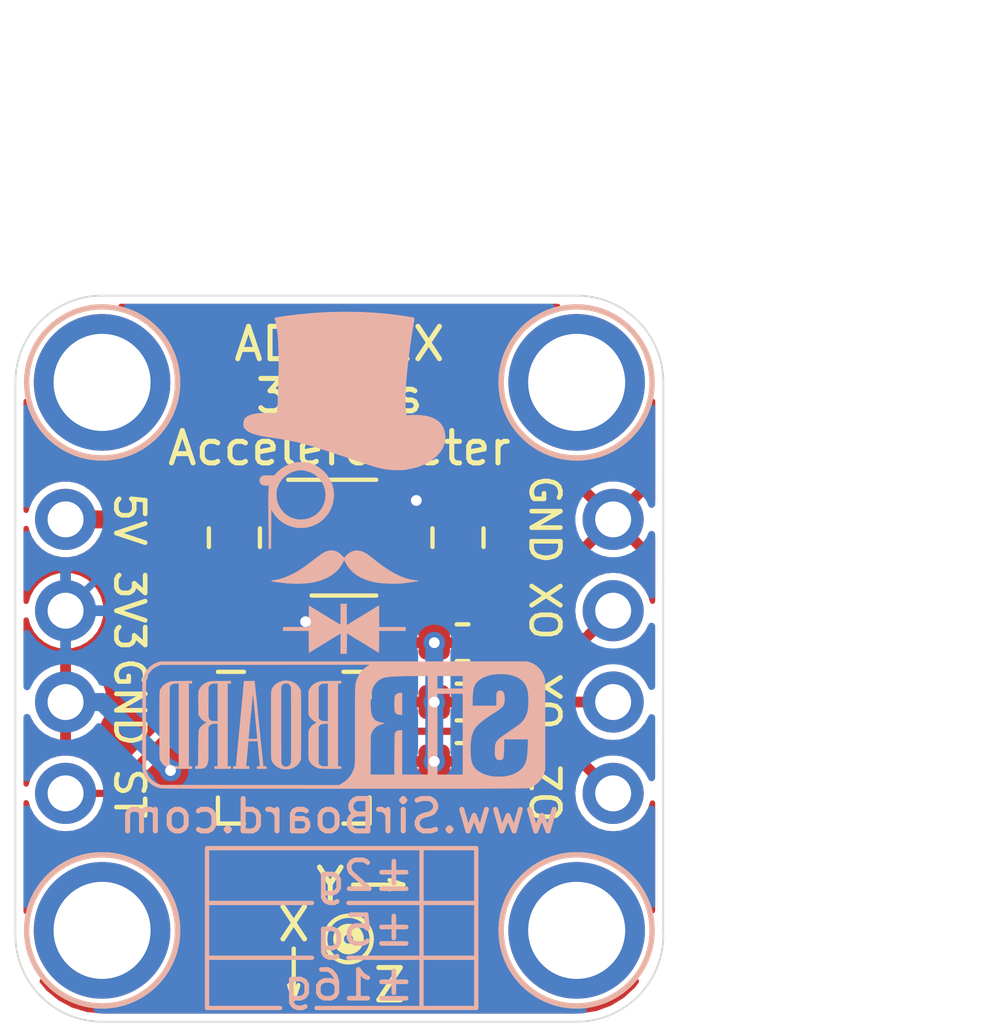
<source format=kicad_pcb>
(kicad_pcb (version 20171130) (host pcbnew "(5.1.2)-2")

  (general
    (thickness 1.6)
    (drawings 51)
    (tracks 53)
    (zones 0)
    (modules 15)
    (nets 16)
  )

  (page User 132.004 102.006)
  (title_block
    (title "ADXL32X Breakout with 5V Level Shift")
    (date 2019-12-11)
    (rev 1)
    (company SirBoard)
    (comment 1 "Analog Accelerometer with ±2g, ±5g OR ±16g scale")
    (comment 2 "±5g, ±16g, ±2g")
    (comment 3 "ADXL325, ADXL326, ADXL327")
  )

  (layers
    (0 F.Cu signal)
    (31 B.Cu signal)
    (32 B.Adhes user hide)
    (33 F.Adhes user hide)
    (34 B.Paste user hide)
    (35 F.Paste user hide)
    (36 B.SilkS user)
    (37 F.SilkS user)
    (38 B.Mask user hide)
    (39 F.Mask user hide)
    (40 Dwgs.User user)
    (41 Cmts.User user hide)
    (42 Eco1.User user hide)
    (43 Eco2.User user hide)
    (44 Edge.Cuts user)
    (45 Margin user hide)
    (46 B.CrtYd user hide)
    (47 F.CrtYd user hide)
    (48 B.Fab user hide)
    (49 F.Fab user hide)
  )

  (setup
    (last_trace_width 0.127)
    (user_trace_width 0.2)
    (user_trace_width 0.25)
    (user_trace_width 0.3)
    (user_trace_width 0.4)
    (user_trace_width 0.5)
    (user_trace_width 0.6)
    (user_trace_width 0.7)
    (user_trace_width 0.8)
    (user_trace_width 0.9)
    (user_trace_width 1)
    (trace_clearance 0.127)
    (zone_clearance 0.2)
    (zone_45_only no)
    (trace_min 0.127)
    (via_size 0.6)
    (via_drill 0.3)
    (via_min_size 0.6)
    (via_min_drill 0.3)
    (uvia_size 0.4)
    (uvia_drill 0.2)
    (uvias_allowed no)
    (uvia_min_size 0.4)
    (uvia_min_drill 0.1)
    (edge_width 0.05)
    (segment_width 0.2)
    (pcb_text_width 0.3)
    (pcb_text_size 1.5 1.5)
    (mod_edge_width 0.12)
    (mod_text_size 1 1)
    (mod_text_width 0.15)
    (pad_size 3.8 3.8)
    (pad_drill 2.7)
    (pad_to_mask_clearance 0)
    (solder_mask_min_width 0.1)
    (aux_axis_origin 0 0)
    (visible_elements 7FFFFFFF)
    (pcbplotparams
      (layerselection 0x010fc_ffffffff)
      (usegerberextensions false)
      (usegerberattributes false)
      (usegerberadvancedattributes false)
      (creategerberjobfile false)
      (excludeedgelayer true)
      (linewidth 0.100000)
      (plotframeref false)
      (viasonmask false)
      (mode 1)
      (useauxorigin false)
      (hpglpennumber 1)
      (hpglpenspeed 20)
      (hpglpendiameter 15.000000)
      (psnegative false)
      (psa4output false)
      (plotreference true)
      (plotvalue true)
      (plotinvisibletext false)
      (padsonsilk false)
      (subtractmaskfromsilk false)
      (outputformat 1)
      (mirror false)
      (drillshape 1)
      (scaleselection 1)
      (outputdirectory ""))
  )

  (net 0 "")
  (net 1 GND)
  (net 2 5V)
  (net 3 3V3)
  (net 4 "Net-(U1-Pad4)")
  (net 5 ST)
  (net 6 ZO)
  (net 7 YO)
  (net 8 XO)
  (net 9 "Net-(U2-Pad16)")
  (net 10 "Net-(U2-Pad13)")
  (net 11 "Net-(U2-Pad11)")
  (net 12 "Net-(U2-Pad9)")
  (net 13 "Net-(U2-Pad4)")
  (net 14 "Net-(U2-Pad1)")
  (net 15 "Net-(U2-Pad17)")

  (net_class Default "This is the default net class."
    (clearance 0.127)
    (trace_width 0.127)
    (via_dia 0.6)
    (via_drill 0.3)
    (uvia_dia 0.4)
    (uvia_drill 0.2)
    (add_net 3V3)
    (add_net 5V)
    (add_net GND)
    (add_net "Net-(U1-Pad4)")
    (add_net "Net-(U2-Pad1)")
    (add_net "Net-(U2-Pad11)")
    (add_net "Net-(U2-Pad13)")
    (add_net "Net-(U2-Pad16)")
    (add_net "Net-(U2-Pad17)")
    (add_net "Net-(U2-Pad4)")
    (add_net "Net-(U2-Pad9)")
    (add_net ST)
    (add_net XO)
    (add_net YO)
    (add_net ZO)
  )

  (module Capacitor_SMD:C_0805_2012Metric (layer F.Cu) (tedit 5B36C52B) (tstamp 5DF16625)
    (at 68.072 31.369 270)
    (descr "Capacitor SMD 0805 (2012 Metric), square (rectangular) end terminal, IPC_7351 nominal, (Body size source: https://docs.google.com/spreadsheets/d/1BsfQQcO9C6DZCsRaXUlFlo91Tg2WpOkGARC1WS5S8t0/edit?usp=sharing), generated with kicad-footprint-generator")
    (tags capacitor)
    (path /5DFBCF12)
    (attr smd)
    (fp_text reference C2 (at 0 0 90) (layer F.SilkS) hide
      (effects (font (size 1 1) (thickness 0.15)))
    )
    (fp_text value 10uF (at 0 1.65 90) (layer F.Fab)
      (effects (font (size 1 1) (thickness 0.15)))
    )
    (fp_text user %R (at 0 0 90) (layer F.Fab)
      (effects (font (size 0.5 0.5) (thickness 0.08)))
    )
    (fp_line (start 1.68 0.95) (end -1.68 0.95) (layer F.CrtYd) (width 0.05))
    (fp_line (start 1.68 -0.95) (end 1.68 0.95) (layer F.CrtYd) (width 0.05))
    (fp_line (start -1.68 -0.95) (end 1.68 -0.95) (layer F.CrtYd) (width 0.05))
    (fp_line (start -1.68 0.95) (end -1.68 -0.95) (layer F.CrtYd) (width 0.05))
    (fp_line (start -0.258578 0.71) (end 0.258578 0.71) (layer F.SilkS) (width 0.12))
    (fp_line (start -0.258578 -0.71) (end 0.258578 -0.71) (layer F.SilkS) (width 0.12))
    (fp_line (start 1 0.6) (end -1 0.6) (layer F.Fab) (width 0.1))
    (fp_line (start 1 -0.6) (end 1 0.6) (layer F.Fab) (width 0.1))
    (fp_line (start -1 -0.6) (end 1 -0.6) (layer F.Fab) (width 0.1))
    (fp_line (start -1 0.6) (end -1 -0.6) (layer F.Fab) (width 0.1))
    (pad 2 smd roundrect (at 0.9375 0 270) (size 0.975 1.4) (layers F.Cu F.Paste F.Mask) (roundrect_rratio 0.25)
      (net 1 GND))
    (pad 1 smd roundrect (at -0.9375 0 270) (size 0.975 1.4) (layers F.Cu F.Paste F.Mask) (roundrect_rratio 0.25)
      (net 3 3V3))
    (model ${KISYS3DMOD}/Capacitor_SMD.3dshapes/C_0805_2012Metric.wrl
      (at (xyz 0 0 0))
      (scale (xyz 1 1 1))
      (rotate (xyz 0 0 0))
    )
  )

  (module Capacitor_SMD:C_0805_2012Metric (layer F.Cu) (tedit 5B36C52B) (tstamp 5DF16614)
    (at 61.849 31.369 270)
    (descr "Capacitor SMD 0805 (2012 Metric), square (rectangular) end terminal, IPC_7351 nominal, (Body size source: https://docs.google.com/spreadsheets/d/1BsfQQcO9C6DZCsRaXUlFlo91Tg2WpOkGARC1WS5S8t0/edit?usp=sharing), generated with kicad-footprint-generator")
    (tags capacitor)
    (path /5DFBB73F)
    (attr smd)
    (fp_text reference C1 (at 0 0 90) (layer F.SilkS) hide
      (effects (font (size 1 1) (thickness 0.15)))
    )
    (fp_text value 10uF (at 0 1.65 90) (layer F.Fab)
      (effects (font (size 1 1) (thickness 0.15)))
    )
    (fp_text user %R (at 0 0 90) (layer F.Fab)
      (effects (font (size 0.5 0.5) (thickness 0.08)))
    )
    (fp_line (start 1.68 0.95) (end -1.68 0.95) (layer F.CrtYd) (width 0.05))
    (fp_line (start 1.68 -0.95) (end 1.68 0.95) (layer F.CrtYd) (width 0.05))
    (fp_line (start -1.68 -0.95) (end 1.68 -0.95) (layer F.CrtYd) (width 0.05))
    (fp_line (start -1.68 0.95) (end -1.68 -0.95) (layer F.CrtYd) (width 0.05))
    (fp_line (start -0.258578 0.71) (end 0.258578 0.71) (layer F.SilkS) (width 0.12))
    (fp_line (start -0.258578 -0.71) (end 0.258578 -0.71) (layer F.SilkS) (width 0.12))
    (fp_line (start 1 0.6) (end -1 0.6) (layer F.Fab) (width 0.1))
    (fp_line (start 1 -0.6) (end 1 0.6) (layer F.Fab) (width 0.1))
    (fp_line (start -1 -0.6) (end 1 -0.6) (layer F.Fab) (width 0.1))
    (fp_line (start -1 0.6) (end -1 -0.6) (layer F.Fab) (width 0.1))
    (pad 2 smd roundrect (at 0.9375 0 270) (size 0.975 1.4) (layers F.Cu F.Paste F.Mask) (roundrect_rratio 0.25)
      (net 1 GND))
    (pad 1 smd roundrect (at -0.9375 0 270) (size 0.975 1.4) (layers F.Cu F.Paste F.Mask) (roundrect_rratio 0.25)
      (net 2 5V))
    (model ${KISYS3DMOD}/Capacitor_SMD.3dshapes/C_0805_2012Metric.wrl
      (at (xyz 0 0 0))
      (scale (xyz 1 1 1))
      (rotate (xyz 0 0 0))
    )
  )

  (module Capacitor_SMD:C_0603_1608Metric (layer F.Cu) (tedit 5B301BBE) (tstamp 5DF15C7E)
    (at 68.199 35.941 180)
    (descr "Capacitor SMD 0603 (1608 Metric), square (rectangular) end terminal, IPC_7351 nominal, (Body size source: http://www.tortai-tech.com/upload/download/2011102023233369053.pdf), generated with kicad-footprint-generator")
    (tags capacitor)
    (path /5DFA197A)
    (attr smd)
    (fp_text reference C5 (at 0 0) (layer F.SilkS) hide
      (effects (font (size 1 1) (thickness 0.15)))
    )
    (fp_text value 100nF (at 0 1.43) (layer F.Fab)
      (effects (font (size 1 1) (thickness 0.15)))
    )
    (fp_text user %R (at 0 0) (layer F.Fab)
      (effects (font (size 0.4 0.4) (thickness 0.06)))
    )
    (fp_line (start 1.48 0.73) (end -1.48 0.73) (layer F.CrtYd) (width 0.05))
    (fp_line (start 1.48 -0.73) (end 1.48 0.73) (layer F.CrtYd) (width 0.05))
    (fp_line (start -1.48 -0.73) (end 1.48 -0.73) (layer F.CrtYd) (width 0.05))
    (fp_line (start -1.48 0.73) (end -1.48 -0.73) (layer F.CrtYd) (width 0.05))
    (fp_line (start -0.162779 0.51) (end 0.162779 0.51) (layer F.SilkS) (width 0.12))
    (fp_line (start -0.162779 -0.51) (end 0.162779 -0.51) (layer F.SilkS) (width 0.12))
    (fp_line (start 0.8 0.4) (end -0.8 0.4) (layer F.Fab) (width 0.1))
    (fp_line (start 0.8 -0.4) (end 0.8 0.4) (layer F.Fab) (width 0.1))
    (fp_line (start -0.8 -0.4) (end 0.8 -0.4) (layer F.Fab) (width 0.1))
    (fp_line (start -0.8 0.4) (end -0.8 -0.4) (layer F.Fab) (width 0.1))
    (pad 2 smd roundrect (at 0.7875 0 180) (size 0.875 0.95) (layers F.Cu F.Paste F.Mask) (roundrect_rratio 0.25)
      (net 1 GND))
    (pad 1 smd roundrect (at -0.7875 0 180) (size 0.875 0.95) (layers F.Cu F.Paste F.Mask) (roundrect_rratio 0.25)
      (net 7 YO))
    (model ${KISYS3DMOD}/Capacitor_SMD.3dshapes/C_0603_1608Metric.wrl
      (at (xyz 0 0 0))
      (scale (xyz 1 1 1))
      (rotate (xyz 0 0 0))
    )
  )

  (module Capacitor_SMD:C_0603_1608Metric (layer F.Cu) (tedit 5B301BBE) (tstamp 5DF15C6D)
    (at 68.199 34.29 180)
    (descr "Capacitor SMD 0603 (1608 Metric), square (rectangular) end terminal, IPC_7351 nominal, (Body size source: http://www.tortai-tech.com/upload/download/2011102023233369053.pdf), generated with kicad-footprint-generator")
    (tags capacitor)
    (path /5DFA1127)
    (attr smd)
    (fp_text reference C4 (at 0 0.03) (layer F.SilkS) hide
      (effects (font (size 1 1) (thickness 0.15)))
    )
    (fp_text value 100nF (at 0 1.43) (layer F.Fab)
      (effects (font (size 1 1) (thickness 0.15)))
    )
    (fp_text user %R (at 0 0) (layer F.Fab)
      (effects (font (size 0.4 0.4) (thickness 0.06)))
    )
    (fp_line (start 1.48 0.73) (end -1.48 0.73) (layer F.CrtYd) (width 0.05))
    (fp_line (start 1.48 -0.73) (end 1.48 0.73) (layer F.CrtYd) (width 0.05))
    (fp_line (start -1.48 -0.73) (end 1.48 -0.73) (layer F.CrtYd) (width 0.05))
    (fp_line (start -1.48 0.73) (end -1.48 -0.73) (layer F.CrtYd) (width 0.05))
    (fp_line (start -0.162779 0.51) (end 0.162779 0.51) (layer F.SilkS) (width 0.12))
    (fp_line (start -0.162779 -0.51) (end 0.162779 -0.51) (layer F.SilkS) (width 0.12))
    (fp_line (start 0.8 0.4) (end -0.8 0.4) (layer F.Fab) (width 0.1))
    (fp_line (start 0.8 -0.4) (end 0.8 0.4) (layer F.Fab) (width 0.1))
    (fp_line (start -0.8 -0.4) (end 0.8 -0.4) (layer F.Fab) (width 0.1))
    (fp_line (start -0.8 0.4) (end -0.8 -0.4) (layer F.Fab) (width 0.1))
    (pad 2 smd roundrect (at 0.7875 0 180) (size 0.875 0.95) (layers F.Cu F.Paste F.Mask) (roundrect_rratio 0.25)
      (net 1 GND))
    (pad 1 smd roundrect (at -0.7875 0 180) (size 0.875 0.95) (layers F.Cu F.Paste F.Mask) (roundrect_rratio 0.25)
      (net 8 XO))
    (model ${KISYS3DMOD}/Capacitor_SMD.3dshapes/C_0603_1608Metric.wrl
      (at (xyz 0 0 0))
      (scale (xyz 1 1 1))
      (rotate (xyz 0 0 0))
    )
  )

  (module Capacitor_SMD:C_0603_1608Metric (layer F.Cu) (tedit 5B301BBE) (tstamp 5DF15C5C)
    (at 68.199 37.592 180)
    (descr "Capacitor SMD 0603 (1608 Metric), square (rectangular) end terminal, IPC_7351 nominal, (Body size source: http://www.tortai-tech.com/upload/download/2011102023233369053.pdf), generated with kicad-footprint-generator")
    (tags capacitor)
    (path /5DF90123)
    (attr smd)
    (fp_text reference C3 (at 0 0) (layer F.SilkS) hide
      (effects (font (size 1 1) (thickness 0.15)))
    )
    (fp_text value 100nF (at 0 1.43) (layer F.Fab)
      (effects (font (size 1 1) (thickness 0.15)))
    )
    (fp_text user %R (at 0 0) (layer F.Fab)
      (effects (font (size 0.4 0.4) (thickness 0.06)))
    )
    (fp_line (start 1.48 0.73) (end -1.48 0.73) (layer F.CrtYd) (width 0.05))
    (fp_line (start 1.48 -0.73) (end 1.48 0.73) (layer F.CrtYd) (width 0.05))
    (fp_line (start -1.48 -0.73) (end 1.48 -0.73) (layer F.CrtYd) (width 0.05))
    (fp_line (start -1.48 0.73) (end -1.48 -0.73) (layer F.CrtYd) (width 0.05))
    (fp_line (start -0.162779 0.51) (end 0.162779 0.51) (layer F.SilkS) (width 0.12))
    (fp_line (start -0.162779 -0.51) (end 0.162779 -0.51) (layer F.SilkS) (width 0.12))
    (fp_line (start 0.8 0.4) (end -0.8 0.4) (layer F.Fab) (width 0.1))
    (fp_line (start 0.8 -0.4) (end 0.8 0.4) (layer F.Fab) (width 0.1))
    (fp_line (start -0.8 -0.4) (end 0.8 -0.4) (layer F.Fab) (width 0.1))
    (fp_line (start -0.8 0.4) (end -0.8 -0.4) (layer F.Fab) (width 0.1))
    (pad 2 smd roundrect (at 0.7875 0 180) (size 0.875 0.95) (layers F.Cu F.Paste F.Mask) (roundrect_rratio 0.25)
      (net 1 GND))
    (pad 1 smd roundrect (at -0.7875 0 180) (size 0.875 0.95) (layers F.Cu F.Paste F.Mask) (roundrect_rratio 0.25)
      (net 6 ZO))
    (model ${KISYS3DMOD}/Capacitor_SMD.3dshapes/C_0603_1608Metric.wrl
      (at (xyz 0 0 0))
      (scale (xyz 1 1 1))
      (rotate (xyz 0 0 0))
    )
  )

  (module Package_TO_SOT_SMD:SOT-23-5 (layer F.Cu) (tedit 5A02FF57) (tstamp 5DF155ED)
    (at 64.897 31.369)
    (descr "5-pin SOT23 package")
    (tags SOT-23-5)
    (path /5DC7F7BD)
    (attr smd)
    (fp_text reference U1 (at 0 0 270) (layer F.SilkS) hide
      (effects (font (size 1 1) (thickness 0.15)))
    )
    (fp_text value AP2127K-3.3 (at 0 2.9) (layer F.Fab)
      (effects (font (size 1 1) (thickness 0.15)))
    )
    (fp_line (start 0.9 -1.55) (end 0.9 1.55) (layer F.Fab) (width 0.1))
    (fp_line (start 0.9 1.55) (end -0.9 1.55) (layer F.Fab) (width 0.1))
    (fp_line (start -0.9 -0.9) (end -0.9 1.55) (layer F.Fab) (width 0.1))
    (fp_line (start 0.9 -1.55) (end -0.25 -1.55) (layer F.Fab) (width 0.1))
    (fp_line (start -0.9 -0.9) (end -0.25 -1.55) (layer F.Fab) (width 0.1))
    (fp_line (start -1.9 1.8) (end -1.9 -1.8) (layer F.CrtYd) (width 0.05))
    (fp_line (start 1.9 1.8) (end -1.9 1.8) (layer F.CrtYd) (width 0.05))
    (fp_line (start 1.9 -1.8) (end 1.9 1.8) (layer F.CrtYd) (width 0.05))
    (fp_line (start -1.9 -1.8) (end 1.9 -1.8) (layer F.CrtYd) (width 0.05))
    (fp_line (start 0.9 -1.61) (end -1.55 -1.61) (layer F.SilkS) (width 0.12))
    (fp_line (start -0.9 1.61) (end 0.9 1.61) (layer F.SilkS) (width 0.12))
    (fp_text user %R (at 0 0 90) (layer F.Fab)
      (effects (font (size 0.5 0.5) (thickness 0.075)))
    )
    (pad 5 smd rect (at 1.1 -0.95) (size 1.06 0.65) (layers F.Cu F.Paste F.Mask)
      (net 3 3V3))
    (pad 4 smd rect (at 1.1 0.95) (size 1.06 0.65) (layers F.Cu F.Paste F.Mask)
      (net 4 "Net-(U1-Pad4)"))
    (pad 3 smd rect (at -1.1 0.95) (size 1.06 0.65) (layers F.Cu F.Paste F.Mask)
      (net 2 5V))
    (pad 2 smd rect (at -1.1 0) (size 1.06 0.65) (layers F.Cu F.Paste F.Mask)
      (net 1 GND))
    (pad 1 smd rect (at -1.1 -0.95) (size 1.06 0.65) (layers F.Cu F.Paste F.Mask)
      (net 2 5V))
    (model ${KISYS3DMOD}/Package_TO_SOT_SMD.3dshapes/SOT-23-5.wrl
      (at (xyz 0 0 0))
      (scale (xyz 1 1 1))
      (rotate (xyz 0 0 0))
    )
  )

  (module Connector_PinHeader_2.54mm:PinHeader_1x04_P2.54mm_Vertical (layer B.Cu) (tedit 5DF10530) (tstamp 5DF1065B)
    (at 57.15 30.861 180)
    (descr "Through hole straight pin header, 1x04, 2.54mm pitch, single row")
    (tags "Through hole pin header THT 1x04 2.54mm single row")
    (path /5DF49D2F)
    (fp_text reference J1 (at 0 2.33) (layer B.SilkS) hide
      (effects (font (size 1 1) (thickness 0.15)) (justify mirror))
    )
    (fp_text value Conn_01x04 (at 0 -9.95) (layer B.Fab)
      (effects (font (size 1 1) (thickness 0.15)) (justify mirror))
    )
    (fp_text user %R (at 0 -3.81 270) (layer B.Fab)
      (effects (font (size 1 1) (thickness 0.15)) (justify mirror))
    )
    (fp_line (start 1.8 1.8) (end -1.8 1.8) (layer B.CrtYd) (width 0.05))
    (fp_line (start 1.8 -9.4) (end 1.8 1.8) (layer B.CrtYd) (width 0.05))
    (fp_line (start -1.8 -9.4) (end 1.8 -9.4) (layer B.CrtYd) (width 0.05))
    (fp_line (start -1.8 1.8) (end -1.8 -9.4) (layer B.CrtYd) (width 0.05))
    (fp_line (start -1.27 0.635) (end -0.635 1.27) (layer B.Fab) (width 0.1))
    (fp_line (start -1.27 -8.89) (end -1.27 0.635) (layer B.Fab) (width 0.1))
    (fp_line (start 1.27 -8.89) (end -1.27 -8.89) (layer B.Fab) (width 0.1))
    (fp_line (start 1.27 1.27) (end 1.27 -8.89) (layer B.Fab) (width 0.1))
    (fp_line (start -0.635 1.27) (end 1.27 1.27) (layer B.Fab) (width 0.1))
    (pad 4 thru_hole oval (at 0 -7.62 180) (size 1.7 1.7) (drill 1) (layers *.Cu *.Mask)
      (net 5 ST))
    (pad 3 thru_hole oval (at 0 -5.08 180) (size 1.7 1.7) (drill 1) (layers *.Cu *.Mask)
      (net 1 GND))
    (pad 2 thru_hole oval (at 0 -2.54 180) (size 1.7 1.7) (drill 1) (layers *.Cu *.Mask)
      (net 3 3V3))
    (pad 1 thru_hole circle (at 0 0 180) (size 1.7 1.7) (drill 1) (layers *.Cu *.Mask)
      (net 2 5V))
    (model ${KISYS3DMOD}/Connector_PinHeader_2.54mm.3dshapes/PinHeader_1x04_P2.54mm_Vertical.wrl
      (at (xyz 0 0 0))
      (scale (xyz 1 1 1))
      (rotate (xyz 0 0 0))
    )
  )

  (module Connector_PinHeader_2.54mm:PinHeader_1x04_P2.54mm_Vertical (layer B.Cu) (tedit 5DF10541) (tstamp 5DF10673)
    (at 72.39 30.861 180)
    (descr "Through hole straight pin header, 1x04, 2.54mm pitch, single row")
    (tags "Through hole pin header THT 1x04 2.54mm single row")
    (path /5DF4AD21)
    (fp_text reference J2 (at 0 2.33) (layer B.SilkS) hide
      (effects (font (size 1 1) (thickness 0.15)) (justify mirror))
    )
    (fp_text value Conn_01x04 (at 0 -9.95) (layer B.Fab)
      (effects (font (size 1 1) (thickness 0.15)) (justify mirror))
    )
    (fp_text user %R (at 0 -3.81 270) (layer B.Fab)
      (effects (font (size 1 1) (thickness 0.15)) (justify mirror))
    )
    (fp_line (start 1.8 1.8) (end -1.8 1.8) (layer B.CrtYd) (width 0.05))
    (fp_line (start 1.8 -9.4) (end 1.8 1.8) (layer B.CrtYd) (width 0.05))
    (fp_line (start -1.8 -9.4) (end 1.8 -9.4) (layer B.CrtYd) (width 0.05))
    (fp_line (start -1.8 1.8) (end -1.8 -9.4) (layer B.CrtYd) (width 0.05))
    (fp_line (start -1.27 0.635) (end -0.635 1.27) (layer B.Fab) (width 0.1))
    (fp_line (start -1.27 -8.89) (end -1.27 0.635) (layer B.Fab) (width 0.1))
    (fp_line (start 1.27 -8.89) (end -1.27 -8.89) (layer B.Fab) (width 0.1))
    (fp_line (start 1.27 1.27) (end 1.27 -8.89) (layer B.Fab) (width 0.1))
    (fp_line (start -0.635 1.27) (end 1.27 1.27) (layer B.Fab) (width 0.1))
    (pad 4 thru_hole oval (at 0 -7.62 180) (size 1.7 1.7) (drill 1) (layers *.Cu *.Mask)
      (net 6 ZO))
    (pad 3 thru_hole oval (at 0 -5.08 180) (size 1.7 1.7) (drill 1) (layers *.Cu *.Mask)
      (net 7 YO))
    (pad 2 thru_hole oval (at 0 -2.54 180) (size 1.7 1.7) (drill 1) (layers *.Cu *.Mask)
      (net 8 XO))
    (pad 1 thru_hole circle (at 0 0 180) (size 1.7 1.7) (drill 1) (layers *.Cu *.Mask)
      (net 1 GND))
    (model ${KISYS3DMOD}/Connector_PinHeader_2.54mm.3dshapes/PinHeader_1x04_P2.54mm_Vertical.wrl
      (at (xyz 0 0 0))
      (scale (xyz 1 1 1))
      (rotate (xyz 0 0 0))
    )
  )

  (module Package_DFN_QFN:QFN-16-1EP_4x4mm_P0.65mm_EP2.1x2.1mm (layer F.Cu) (tedit 5BA3C3DC) (tstamp 5DF106C5)
    (at 63.5 37.211)
    (descr "QFN, 16 Pin (http://www.thatcorp.com/datashts/THAT_1580_Datasheet.pdf), generated with kicad-footprint-generator ipc_dfn_qfn_generator.py")
    (tags "QFN DFN_QFN")
    (path /5DF1EFC3)
    (attr smd)
    (fp_text reference U2 (at 0 -3.32) (layer F.SilkS) hide
      (effects (font (size 1 1) (thickness 0.15)))
    )
    (fp_text value ADXL327 (at 0 3.32) (layer F.Fab)
      (effects (font (size 1 1) (thickness 0.15)))
    )
    (fp_text user %R (at 0 0) (layer F.Fab)
      (effects (font (size 1 1) (thickness 0.15)))
    )
    (fp_line (start 2.62 -2.62) (end -2.62 -2.62) (layer F.CrtYd) (width 0.05))
    (fp_line (start 2.62 2.62) (end 2.62 -2.62) (layer F.CrtYd) (width 0.05))
    (fp_line (start -2.62 2.62) (end 2.62 2.62) (layer F.CrtYd) (width 0.05))
    (fp_line (start -2.62 -2.62) (end -2.62 2.62) (layer F.CrtYd) (width 0.05))
    (fp_line (start -2 -1) (end -1 -2) (layer F.Fab) (width 0.1))
    (fp_line (start -2 2) (end -2 -1) (layer F.Fab) (width 0.1))
    (fp_line (start 2 2) (end -2 2) (layer F.Fab) (width 0.1))
    (fp_line (start 2 -2) (end 2 2) (layer F.Fab) (width 0.1))
    (fp_line (start -1 -2) (end 2 -2) (layer F.Fab) (width 0.1))
    (fp_line (start -1.385 -2.11) (end -2.11 -2.11) (layer F.SilkS) (width 0.12))
    (fp_line (start 2.11 2.11) (end 2.11 1.385) (layer F.SilkS) (width 0.12))
    (fp_line (start 1.385 2.11) (end 2.11 2.11) (layer F.SilkS) (width 0.12))
    (fp_line (start -2.11 2.11) (end -2.11 1.385) (layer F.SilkS) (width 0.12))
    (fp_line (start -1.385 2.11) (end -2.11 2.11) (layer F.SilkS) (width 0.12))
    (fp_line (start 2.11 -2.11) (end 2.11 -1.385) (layer F.SilkS) (width 0.12))
    (fp_line (start 1.385 -2.11) (end 2.11 -2.11) (layer F.SilkS) (width 0.12))
    (pad 16 smd roundrect (at -0.975 -1.95) (size 0.3 0.85) (layers F.Cu F.Paste F.Mask) (roundrect_rratio 0.25)
      (net 9 "Net-(U2-Pad16)"))
    (pad 15 smd roundrect (at -0.325 -1.95) (size 0.3 0.85) (layers F.Cu F.Paste F.Mask) (roundrect_rratio 0.25)
      (net 3 3V3))
    (pad 14 smd roundrect (at 0.325 -1.95) (size 0.3 0.85) (layers F.Cu F.Paste F.Mask) (roundrect_rratio 0.25)
      (net 3 3V3))
    (pad 13 smd roundrect (at 0.975 -1.95) (size 0.3 0.85) (layers F.Cu F.Paste F.Mask) (roundrect_rratio 0.25)
      (net 10 "Net-(U2-Pad13)"))
    (pad 12 smd roundrect (at 1.95 -0.975) (size 0.85 0.3) (layers F.Cu F.Paste F.Mask) (roundrect_rratio 0.25)
      (net 8 XO))
    (pad 11 smd roundrect (at 1.95 -0.325) (size 0.85 0.3) (layers F.Cu F.Paste F.Mask) (roundrect_rratio 0.25)
      (net 11 "Net-(U2-Pad11)"))
    (pad 10 smd roundrect (at 1.95 0.325) (size 0.85 0.3) (layers F.Cu F.Paste F.Mask) (roundrect_rratio 0.25)
      (net 7 YO))
    (pad 9 smd roundrect (at 1.95 0.975) (size 0.85 0.3) (layers F.Cu F.Paste F.Mask) (roundrect_rratio 0.25)
      (net 12 "Net-(U2-Pad9)"))
    (pad 8 smd roundrect (at 0.975 1.95) (size 0.3 0.85) (layers F.Cu F.Paste F.Mask) (roundrect_rratio 0.25)
      (net 6 ZO))
    (pad 7 smd roundrect (at 0.325 1.95) (size 0.3 0.85) (layers F.Cu F.Paste F.Mask) (roundrect_rratio 0.25)
      (net 1 GND))
    (pad 6 smd roundrect (at -0.325 1.95) (size 0.3 0.85) (layers F.Cu F.Paste F.Mask) (roundrect_rratio 0.25)
      (net 1 GND))
    (pad 5 smd roundrect (at -0.975 1.95) (size 0.3 0.85) (layers F.Cu F.Paste F.Mask) (roundrect_rratio 0.25)
      (net 1 GND))
    (pad 4 smd roundrect (at -1.95 0.975) (size 0.85 0.3) (layers F.Cu F.Paste F.Mask) (roundrect_rratio 0.25)
      (net 13 "Net-(U2-Pad4)"))
    (pad 3 smd roundrect (at -1.95 0.325) (size 0.85 0.3) (layers F.Cu F.Paste F.Mask) (roundrect_rratio 0.25)
      (net 1 GND))
    (pad 2 smd roundrect (at -1.95 -0.325) (size 0.85 0.3) (layers F.Cu F.Paste F.Mask) (roundrect_rratio 0.25)
      (net 5 ST))
    (pad 1 smd roundrect (at -1.95 -0.975) (size 0.85 0.3) (layers F.Cu F.Paste F.Mask) (roundrect_rratio 0.25)
      (net 14 "Net-(U2-Pad1)"))
    (pad "" smd roundrect (at 0.525 0.525) (size 0.85 0.85) (layers F.Paste) (roundrect_rratio 0.25))
    (pad "" smd roundrect (at 0.525 -0.525) (size 0.85 0.85) (layers F.Paste) (roundrect_rratio 0.25))
    (pad "" smd roundrect (at -0.525 0.525) (size 0.85 0.85) (layers F.Paste) (roundrect_rratio 0.25))
    (pad "" smd roundrect (at -0.525 -0.525) (size 0.85 0.85) (layers F.Paste) (roundrect_rratio 0.25))
    (pad 17 smd roundrect (at 0 0) (size 2.1 2.1) (layers F.Cu F.Mask) (roundrect_rratio 0.119048)
      (net 15 "Net-(U2-Pad17)"))
    (model ${KISYS3DMOD}/Package_DFN_QFN.3dshapes/QFN-16-1EP_4x4mm_P0.65mm_EP2.1x2.1mm.wrl
      (at (xyz 0 0 0))
      (scale (xyz 1 1 1))
      (rotate (xyz 0 0 0))
    )
  )

  (module logo:SirBoard112x35 (layer B.Cu) (tedit 0) (tstamp 5DF14266)
    (at 64.897 36.576 180)
    (fp_text reference G*** (at 0 0) (layer B.SilkS) hide
      (effects (font (size 1.524 1.524) (thickness 0.3)) (justify mirror))
    )
    (fp_text value LOGO (at 0.75 0) (layer B.SilkS) hide
      (effects (font (size 1.524 1.524) (thickness 0.3)) (justify mirror))
    )
    (fp_poly (pts (xy -1.525562 0.880297) (xy -1.481591 0.865137) (xy -1.447984 0.839985) (xy -1.424896 0.804933)
      (xy -1.418358 0.787232) (xy -1.414957 0.768138) (xy -1.412171 0.737274) (xy -1.410021 0.697373)
      (xy -1.40853 0.651164) (xy -1.407719 0.601382) (xy -1.40761 0.550757) (xy -1.408223 0.502022)
      (xy -1.409582 0.457909) (xy -1.411708 0.421149) (xy -1.414622 0.394475) (xy -1.415212 0.391062)
      (xy -1.426948 0.351789) (xy -1.446379 0.322478) (xy -1.474912 0.302106) (xy -1.513953 0.28965)
      (xy -1.5621 0.284216) (xy -1.618343 0.281492) (xy -1.618343 0.885371) (xy -1.579746 0.885371)
      (xy -1.525562 0.880297)) (layer B.SilkS) (width 0.01))
    (fp_poly (pts (xy 4.512129 1.217193) (xy 4.587168 1.216128) (xy 4.649164 1.215004) (xy 4.699587 1.213752)
      (xy 4.739908 1.2123) (xy 4.771597 1.21058) (xy 4.796124 1.20852) (xy 4.81496 1.20605)
      (xy 4.829577 1.2031) (xy 4.834539 1.201779) (xy 4.907443 1.174745) (xy 4.972611 1.138092)
      (xy 5.028665 1.093018) (xy 5.074225 1.040722) (xy 5.107913 0.982402) (xy 5.118723 0.954836)
      (xy 5.120497 0.948681) (xy 5.122089 0.94077) (xy 5.123511 0.930338) (xy 5.12477 0.916621)
      (xy 5.125877 0.898853) (xy 5.126842 0.876272) (xy 5.127673 0.848113) (xy 5.128381 0.813611)
      (xy 5.128976 0.772002) (xy 5.129467 0.722523) (xy 5.129863 0.664408) (xy 5.130174 0.596893)
      (xy 5.13041 0.519215) (xy 5.13058 0.430608) (xy 5.130695 0.33031) (xy 5.130763 0.217554)
      (xy 5.130795 0.091578) (xy 5.1308 -0.003785) (xy 5.130794 -0.138578) (xy 5.13077 -0.259633)
      (xy 5.130716 -0.367727) (xy 5.130621 -0.463635) (xy 5.130473 -0.548136) (xy 5.130261 -0.622005)
      (xy 5.129973 -0.686019) (xy 5.129599 -0.740955) (xy 5.129127 -0.787588) (xy 5.128546 -0.826696)
      (xy 5.127844 -0.859055) (xy 5.12701 -0.885442) (xy 5.126032 -0.906632) (xy 5.1249 -0.923404)
      (xy 5.123601 -0.936532) (xy 5.122125 -0.946794) (xy 5.120461 -0.954966) (xy 5.118596 -0.961825)
      (xy 5.116719 -0.96757) (xy 5.089587 -1.024997) (xy 5.050105 -1.078057) (xy 5.000177 -1.125126)
      (xy 4.941705 -1.164583) (xy 4.876593 -1.194805) (xy 4.834912 -1.207886) (xy 4.820998 -1.210891)
      (xy 4.803749 -1.213336) (xy 4.781662 -1.215274) (xy 4.753237 -1.216756) (xy 4.716973 -1.217836)
      (xy 4.671368 -1.218565) (xy 4.614922 -1.218997) (xy 4.546133 -1.219183) (xy 4.511081 -1.2192)
      (xy 4.230914 -1.2192) (xy 4.230914 -1.15507) (xy 4.593771 -1.15507) (xy 4.683838 -1.152664)
      (xy 4.72157 -1.151516) (xy 4.747917 -1.150017) (xy 4.766008 -1.147515) (xy 4.778967 -1.14336)
      (xy 4.789924 -1.136903) (xy 4.801003 -1.128304) (xy 4.820959 -1.108979) (xy 4.837889 -1.087374)
      (xy 4.841631 -1.081133) (xy 4.843481 -1.077291) (xy 4.845152 -1.072531) (xy 4.846651 -1.066144)
      (xy 4.847987 -1.05742) (xy 4.849167 -1.045649) (xy 4.850199 -1.030122) (xy 4.85109 -1.01013)
      (xy 4.851847 -0.984962) (xy 4.852479 -0.953911) (xy 4.852993 -0.916265) (xy 4.853397 -0.871316)
      (xy 4.853698 -0.818354) (xy 4.853904 -0.75667) (xy 4.854023 -0.685554) (xy 4.854062 -0.604296)
      (xy 4.854028 -0.512188) (xy 4.85393 -0.408519) (xy 4.853775 -0.292581) (xy 4.853571 -0.163664)
      (xy 4.853325 -0.021058) (xy 4.853281 0.003628) (xy 4.8514 1.063171) (xy 4.83086 1.09002)
      (xy 4.807114 1.114832) (xy 4.778037 1.132601) (xy 4.741103 1.144299) (xy 4.693784 1.1509)
      (xy 4.668735 1.152454) (xy 4.593771 1.155788) (xy 4.593771 -1.15507) (xy 4.230914 -1.15507)
      (xy 4.230914 -1.153886) (xy 4.318 -1.153886) (xy 4.318 1.153885) (xy 4.230914 1.153885)
      (xy 4.230914 1.220826) (xy 4.512129 1.217193)) (layer B.SilkS) (width 0.01))
    (fp_poly (pts (xy 3.430814 1.217193) (xy 3.505854 1.216128) (xy 3.56785 1.215004) (xy 3.618273 1.213752)
      (xy 3.658594 1.2123) (xy 3.690282 1.21058) (xy 3.71481 1.20852) (xy 3.733646 1.20605)
      (xy 3.748263 1.2031) (xy 3.753225 1.201779) (xy 3.826235 1.174716) (xy 3.891421 1.138058)
      (xy 3.947434 1.092982) (xy 3.992924 1.040666) (xy 4.026542 0.98229) (xy 4.037836 0.953162)
      (xy 4.040869 0.94273) (xy 4.043342 0.930607) (xy 4.045298 0.915361) (xy 4.046777 0.89556)
      (xy 4.047823 0.869772) (xy 4.048476 0.836565) (xy 4.048779 0.794506) (xy 4.048774 0.742164)
      (xy 4.048503 0.678106) (xy 4.048035 0.604819) (xy 4.045857 0.293914) (xy 4.022319 0.245805)
      (xy 3.993743 0.200382) (xy 3.954739 0.156779) (xy 3.909252 0.11882) (xy 3.862369 0.090864)
      (xy 3.839869 0.079511) (xy 3.823704 0.070078) (xy 3.817265 0.064553) (xy 3.817257 0.064458)
      (xy 3.823334 0.058891) (xy 3.838048 0.052233) (xy 3.838943 0.051917) (xy 3.874004 0.035129)
      (xy 3.912415 0.009319) (xy 3.949979 -0.022138) (xy 3.982501 -0.055863) (xy 3.998135 -0.0762)
      (xy 4.007455 -0.089691) (xy 4.015474 -0.101647) (xy 4.022299 -0.113219) (xy 4.028035 -0.125559)
      (xy 4.032789 -0.139817) (xy 4.036665 -0.157145) (xy 4.03977 -0.178693) (xy 4.042209 -0.205615)
      (xy 4.044088 -0.239059) (xy 4.045514 -0.280179) (xy 4.046591 -0.330124) (xy 4.047426 -0.390047)
      (xy 4.048124 -0.461098) (xy 4.048792 -0.544429) (xy 4.049486 -0.635) (xy 4.050242 -0.730678)
      (xy 4.050954 -0.812918) (xy 4.051699 -0.882797) (xy 4.052551 -0.94139) (xy 4.053585 -0.989774)
      (xy 4.054877 -1.029023) (xy 4.056502 -1.060216) (xy 4.058536 -1.084427) (xy 4.061053 -1.102733)
      (xy 4.06413 -1.11621) (xy 4.06784 -1.125934) (xy 4.072261 -1.13298) (xy 4.077466 -1.138426)
      (xy 4.083531 -1.143346) (xy 4.085142 -1.144584) (xy 4.101021 -1.151411) (xy 4.116614 -1.153655)
      (xy 4.128813 -1.1549) (xy 4.134651 -1.160871) (xy 4.136455 -1.17548) (xy 4.136571 -1.187224)
      (xy 4.136571 -1.220561) (xy 4.033157 -1.217579) (xy 3.989456 -1.215991) (xy 3.957234 -1.213861)
      (xy 3.933455 -1.21078) (xy 3.915084 -1.206339) (xy 3.899085 -1.200126) (xy 3.897086 -1.199197)
      (xy 3.855555 -1.173032) (xy 3.823431 -1.137693) (xy 3.800158 -1.092246) (xy 3.785182 -1.035754)
      (xy 3.780621 -1.002985) (xy 3.779409 -0.98421) (xy 3.778264 -0.952428) (xy 3.777207 -0.909147)
      (xy 3.776257 -0.855875) (xy 3.775435 -0.794121) (xy 3.774762 -0.725391) (xy 3.774259 -0.651194)
      (xy 3.773945 -0.573037) (xy 3.773843 -0.503978) (xy 3.773714 -0.068156) (xy 3.752766 -0.035124)
      (xy 3.731914 -0.008638) (xy 3.706346 0.0106) (xy 3.673594 0.023635) (xy 3.631192 0.031511)
      (xy 3.587421 0.034854) (xy 3.512457 0.038188) (xy 3.512457 -1.153886) (xy 3.599543 -1.153886)
      (xy 3.599543 -1.2192) (xy 3.1496 -1.2192) (xy 3.1496 -1.153886) (xy 3.236686 -1.153886)
      (xy 3.236686 0.100416) (xy 3.512457 0.100416) (xy 3.602524 0.102822) (xy 3.640256 0.10397)
      (xy 3.666603 0.105469) (xy 3.684693 0.107971) (xy 3.697653 0.112126) (xy 3.708609 0.118583)
      (xy 3.719689 0.127182) (xy 3.730675 0.135901) (xy 3.740076 0.143671) (xy 3.748009 0.15163)
      (xy 3.754592 0.160921) (xy 3.759945 0.172684) (xy 3.764185 0.18806) (xy 3.767431 0.20819)
      (xy 3.769802 0.234214) (xy 3.771415 0.267274) (xy 3.772389 0.30851) (xy 3.772843 0.359063)
      (xy 3.772895 0.420075) (xy 3.772664 0.492685) (xy 3.772267 0.578034) (xy 3.772019 0.631371)
      (xy 3.770086 1.063171) (xy 3.749546 1.09002) (xy 3.725799 1.114832) (xy 3.696723 1.132601)
      (xy 3.659789 1.144299) (xy 3.61247 1.1509) (xy 3.587421 1.152454) (xy 3.512457 1.155788)
      (xy 3.512457 0.100416) (xy 3.236686 0.100416) (xy 3.236686 1.153885) (xy 3.1496 1.153885)
      (xy 3.1496 1.220826) (xy 3.430814 1.217193)) (layer B.SilkS) (width 0.01))
    (fp_poly (pts (xy 2.577941 1.21992) (xy 2.616453 1.219519) (xy 2.656135 1.218798) (xy 2.694339 1.217805)
      (xy 2.728419 1.216587) (xy 2.755728 1.215192) (xy 2.773619 1.213666) (xy 2.779486 1.21218)
      (xy 2.780161 1.203823) (xy 2.782126 1.181953) (xy 2.785294 1.147507) (xy 2.789574 1.10142)
      (xy 2.794879 1.044627) (xy 2.801119 0.978066) (xy 2.808206 0.902672) (xy 2.81605 0.81938)
      (xy 2.824563 0.729128) (xy 2.833655 0.63285) (xy 2.843239 0.531482) (xy 2.853226 0.425961)
      (xy 2.863525 0.317222) (xy 2.874049 0.206202) (xy 2.884709 0.093835) (xy 2.895416 -0.018941)
      (xy 2.906081 -0.131191) (xy 2.916615 -0.241979) (xy 2.926929 -0.35037) (xy 2.936935 -0.455426)
      (xy 2.946543 -0.556213) (xy 2.955665 -0.651794) (xy 2.964212 -0.741234) (xy 2.972095 -0.823597)
      (xy 2.979226 -0.897946) (xy 2.985515 -0.963346) (xy 2.990873 -1.01886) (xy 2.995212 -1.063554)
      (xy 2.998444 -1.096491) (xy 3.000478 -1.116734) (xy 3.001167 -1.123043) (xy 3.005346 -1.153886)
      (xy 3.084286 -1.153886) (xy 3.084286 -1.2192) (xy 2.634343 -1.2192) (xy 2.634343 -1.153886)
      (xy 2.677886 -1.153886) (xy 2.701989 -1.153585) (xy 2.714998 -1.151575) (xy 2.720336 -1.146199)
      (xy 2.721421 -1.135799) (xy 2.721429 -1.132777) (xy 2.72078 -1.121257) (xy 2.718924 -1.096878)
      (xy 2.715999 -1.061233) (xy 2.712141 -1.015916) (xy 2.707487 -0.962518) (xy 2.702174 -0.902634)
      (xy 2.696338 -0.837857) (xy 2.6924 -0.794657) (xy 2.686317 -0.727916) (xy 2.680666 -0.665328)
      (xy 2.675584 -0.608438) (xy 2.671206 -0.558796) (xy 2.667668 -0.517946) (xy 2.665106 -0.487438)
      (xy 2.663654 -0.468816) (xy 2.663371 -0.463795) (xy 2.662614 -0.458866) (xy 2.659031 -0.455267)
      (xy 2.650658 -0.452792) (xy 2.635529 -0.451229) (xy 2.61168 -0.450373) (xy 2.577145 -0.450014)
      (xy 2.532743 -0.449943) (xy 2.491014 -0.45018) (xy 2.4548 -0.450836) (xy 2.426392 -0.451835)
      (xy 2.408078 -0.453096) (xy 2.402114 -0.454435) (xy 2.40142 -0.46236) (xy 2.399434 -0.48327)
      (xy 2.396297 -0.515709) (xy 2.392152 -0.558221) (xy 2.387142 -0.609347) (xy 2.381409 -0.667631)
      (xy 2.375095 -0.731616) (xy 2.369457 -0.788596) (xy 2.362737 -0.856818) (xy 2.356483 -0.921045)
      (xy 2.350839 -0.979743) (xy 2.34595 -1.031375) (xy 2.34196 -1.074405) (xy 2.339014 -1.107299)
      (xy 2.337255 -1.128521) (xy 2.3368 -1.136075) (xy 2.337881 -1.14628) (xy 2.34349 -1.151593)
      (xy 2.357174 -1.153599) (xy 2.376714 -1.153886) (xy 2.416629 -1.153886) (xy 2.416629 -1.2192)
      (xy 2.155371 -1.2192) (xy 2.155371 -1.154579) (xy 2.200463 -1.152418) (xy 2.245554 -1.150257)
      (xy 2.324519 -0.379186) (xy 2.409167 -0.379186) (xy 2.41034 -0.383817) (xy 2.415017 -0.387169)
      (xy 2.425194 -0.389446) (xy 2.442868 -0.390851) (xy 2.470035 -0.391588) (xy 2.508691 -0.391861)
      (xy 2.533742 -0.391886) (xy 2.658113 -0.391886) (xy 2.653901 -0.353786) (xy 2.65238 -0.338493)
      (xy 2.649766 -0.310463) (xy 2.646212 -0.271418) (xy 2.641873 -0.223081) (xy 2.636903 -0.167176)
      (xy 2.631456 -0.105425) (xy 2.625688 -0.039551) (xy 2.622558 -0.003629) (xy 2.616742 0.062144)
      (xy 2.611139 0.123366) (xy 2.605901 0.17854) (xy 2.601179 0.22617) (xy 2.597122 0.264759)
      (xy 2.593883 0.29281) (xy 2.591611 0.308825) (xy 2.590752 0.312057) (xy 2.58912 0.31985)
      (xy 2.586447 0.340538) (xy 2.582894 0.372553) (xy 2.578619 0.414325) (xy 2.573782 0.464285)
      (xy 2.568541 0.520863) (xy 2.563056 0.582491) (xy 2.561491 0.600528) (xy 2.555987 0.663119)
      (xy 2.550707 0.720952) (xy 2.545807 0.772486) (xy 2.541441 0.816176) (xy 2.537765 0.850481)
      (xy 2.534935 0.873857) (xy 2.533106 0.884762) (xy 2.532783 0.885371) (xy 2.531636 0.878357)
      (xy 2.529242 0.858153) (xy 2.525725 0.826022) (xy 2.521207 0.783224) (xy 2.515813 0.73102)
      (xy 2.509666 0.67067) (xy 2.502888 0.603436) (xy 2.495603 0.530578) (xy 2.487934 0.453357)
      (xy 2.480005 0.373034) (xy 2.471938 0.29087) (xy 2.463858 0.208125) (xy 2.455886 0.126061)
      (xy 2.448147 0.045938) (xy 2.440764 -0.030983) (xy 2.43386 -0.10344) (xy 2.427558 -0.170175)
      (xy 2.421982 -0.229924) (xy 2.417254 -0.281428) (xy 2.413498 -0.323426) (xy 2.410837 -0.354657)
      (xy 2.409395 -0.37386) (xy 2.409167 -0.379186) (xy 2.324519 -0.379186) (xy 2.366697 0.032657)
      (xy 2.379966 0.162193) (xy 2.392836 0.287785) (xy 2.405231 0.408677) (xy 2.417072 0.52411)
      (xy 2.428281 0.63333) (xy 2.438781 0.735579) (xy 2.448493 0.8301) (xy 2.457341 0.916138)
      (xy 2.465246 0.992934) (xy 2.47213 1.059734) (xy 2.477915 1.115779) (xy 2.482525 1.160314)
      (xy 2.48588 1.192582) (xy 2.487903 1.211826) (xy 2.48852 1.217385) (xy 2.495887 1.218735)
      (xy 2.515011 1.219576) (xy 2.543245 1.219955) (xy 2.577941 1.21992)) (layer B.SilkS) (width 0.01))
    (fp_poly (pts (xy 0.361043 1.217193) (xy 0.43385 1.216219) (xy 0.493755 1.215243) (xy 0.542371 1.214177)
      (xy 0.581308 1.212935) (xy 0.612181 1.211431) (xy 0.6366 1.209577) (xy 0.656179 1.207287)
      (xy 0.672528 1.204474) (xy 0.687261 1.201052) (xy 0.69379 1.19929) (xy 0.765952 1.172679)
      (xy 0.830815 1.135681) (xy 0.88672 1.089579) (xy 0.93201 1.035656) (xy 0.95488 0.997201)
      (xy 0.983343 0.941114) (xy 0.983343 0.293914) (xy 0.959805 0.245805) (xy 0.931229 0.200382)
      (xy 0.892225 0.156779) (xy 0.846738 0.11882) (xy 0.799854 0.090864) (xy 0.777386 0.079671)
      (xy 0.761246 0.070632) (xy 0.754812 0.065645) (xy 0.754804 0.065563) (xy 0.760769 0.060565)
      (xy 0.776481 0.050898) (xy 0.798763 0.038498) (xy 0.802921 0.036285) (xy 0.857587 0.000984)
      (xy 0.905439 -0.042591) (xy 0.94349 -0.091449) (xy 0.959773 -0.120776) (xy 0.983343 -0.170543)
      (xy 0.985408 -0.547102) (xy 0.985832 -0.631973) (xy 0.986078 -0.7036) (xy 0.986115 -0.76325)
      (xy 0.985912 -0.812191) (xy 0.985438 -0.851693) (xy 0.984663 -0.883023) (xy 0.983556 -0.90745)
      (xy 0.982087 -0.926242) (xy 0.980226 -0.940667) (xy 0.977941 -0.951995) (xy 0.975443 -0.960759)
      (xy 0.948888 -1.019843) (xy 0.90991 -1.074162) (xy 0.860222 -1.122232) (xy 0.801539 -1.162569)
      (xy 0.735575 -1.193687) (xy 0.689533 -1.208287) (xy 0.67573 -1.211191) (xy 0.657961 -1.213557)
      (xy 0.634779 -1.215435) (xy 0.604736 -1.216872) (xy 0.566387 -1.217919) (xy 0.518284 -1.218622)
      (xy 0.45898 -1.21903) (xy 0.387029 -1.219192) (xy 0.363624 -1.2192) (xy 0.079829 -1.2192)
      (xy 0.079829 -1.153886) (xy 0.166914 -1.153886) (xy 0.442686 -1.153886) (xy 0.523852 -1.153886)
      (xy 0.562559 -1.153408) (xy 0.590445 -1.151649) (xy 0.611181 -1.14812) (xy 0.628439 -1.142334)
      (xy 0.635755 -1.139006) (xy 0.660177 -1.123253) (xy 0.682565 -1.102655) (xy 0.687031 -1.097278)
      (xy 0.707571 -1.070429) (xy 0.707571 -0.060626) (xy 0.688093 -0.031192) (xy 0.667207 -0.00615)
      (xy 0.641034 0.012102) (xy 0.607231 0.02449) (xy 0.563454 0.031944) (xy 0.521105 0.034919)
      (xy 0.442686 0.03815) (xy 0.442686 -1.153886) (xy 0.166914 -1.153886) (xy 0.166914 0.1016)
      (xy 0.442686 0.1016) (xy 0.523852 0.1016) (xy 0.562559 0.102078) (xy 0.590445 0.103837)
      (xy 0.611181 0.107365) (xy 0.628439 0.113152) (xy 0.635755 0.116479) (xy 0.660177 0.132232)
      (xy 0.682565 0.152831) (xy 0.687031 0.158208) (xy 0.707571 0.185057) (xy 0.707571 1.056974)
      (xy 0.688093 1.086408) (xy 0.667207 1.11145) (xy 0.641034 1.129702) (xy 0.607231 1.14209)
      (xy 0.563454 1.149544) (xy 0.521105 1.152519) (xy 0.442686 1.15575) (xy 0.442686 0.1016)
      (xy 0.166914 0.1016) (xy 0.166914 1.153885) (xy 0.079829 1.153885) (xy 0.079829 1.220724)
      (xy 0.361043 1.217193)) (layer B.SilkS) (width 0.01))
    (fp_poly (pts (xy 1.65475 1.225374) (xy 1.709175 1.218756) (xy 1.735944 1.212555) (xy 1.804872 1.18674)
      (xy 1.867504 1.151205) (xy 1.92206 1.10749) (xy 1.966761 1.057133) (xy 1.99983 1.001675)
      (xy 2.010662 0.974827) (xy 2.012703 0.968536) (xy 2.014537 0.961639) (xy 2.016174 0.953366)
      (xy 2.017627 0.942948) (xy 2.018906 0.929613) (xy 2.020021 0.912593) (xy 2.020985 0.891117)
      (xy 2.021808 0.864416) (xy 2.022502 0.83172) (xy 2.023077 0.792258) (xy 2.023544 0.745261)
      (xy 2.023915 0.689959) (xy 2.024201 0.625582) (xy 2.024412 0.55136) (xy 2.02456 0.466524)
      (xy 2.024656 0.370303) (xy 2.024711 0.261927) (xy 2.024737 0.140627) (xy 2.024743 0.005632)
      (xy 2.024743 -0.003629) (xy 2.024737 -0.13954) (xy 2.024714 -0.261706) (xy 2.024661 -0.370898)
      (xy 2.024568 -0.467885) (xy 2.024424 -0.553438) (xy 2.024217 -0.628326) (xy 2.023936 -0.693319)
      (xy 2.023571 -0.749187) (xy 2.02311 -0.7967) (xy 2.022543 -0.836628) (xy 2.021857 -0.86974)
      (xy 2.021043 -0.896808) (xy 2.020088 -0.918599) (xy 2.018983 -0.935885) (xy 2.017715 -0.949436)
      (xy 2.016274 -0.96002) (xy 2.014649 -0.968409) (xy 2.012828 -0.975372) (xy 2.010801 -0.981679)
      (xy 2.010662 -0.982084) (xy 1.98353 -1.039511) (xy 1.944048 -1.092571) (xy 1.89412 -1.139641)
      (xy 1.835648 -1.179098) (xy 1.770536 -1.209319) (xy 1.728855 -1.2224) (xy 1.689662 -1.229317)
      (xy 1.642082 -1.232841) (xy 1.591181 -1.233028) (xy 1.542024 -1.229934) (xy 1.499676 -1.223615)
      (xy 1.484086 -1.219702) (xy 1.413537 -1.193355) (xy 1.352924 -1.158697) (xy 1.299178 -1.113869)
      (xy 1.284283 -1.098534) (xy 1.252249 -1.060677) (xy 1.229064 -1.024125) (xy 1.211054 -0.982851)
      (xy 1.207393 -0.972457) (xy 1.205413 -0.966175) (xy 1.203634 -0.95906) (xy 1.202046 -0.950339)
      (xy 1.200639 -0.939241) (xy 1.199402 -0.924992) (xy 1.198322 -0.906821) (xy 1.197391 -0.883955)
      (xy 1.196597 -0.855622) (xy 1.195929 -0.821049) (xy 1.195376 -0.779464) (xy 1.194927 -0.730096)
      (xy 1.194573 -0.67217) (xy 1.194301 -0.604915) (xy 1.194101 -0.52756) (xy 1.193962 -0.43933)
      (xy 1.193873 -0.339454) (xy 1.193853 -0.292252) (xy 1.467265 -0.292252) (xy 1.467275 -0.428578)
      (xy 1.467413 -0.551933) (xy 1.467679 -0.662144) (xy 1.468073 -0.75904) (xy 1.468593 -0.842449)
      (xy 1.469237 -0.912199) (xy 1.470007 -0.96812) (xy 1.4709 -1.010038) (xy 1.471915 -1.037782)
      (xy 1.473028 -1.05105) (xy 1.480657 -1.078544) (xy 1.491854 -1.104054) (xy 1.498214 -1.114111)
      (xy 1.528546 -1.142646) (xy 1.565945 -1.160584) (xy 1.607059 -1.167434) (xy 1.648536 -1.162703)
      (xy 1.687025 -1.1459) (xy 1.692015 -1.142534) (xy 1.713059 -1.124355) (xy 1.730736 -1.103611)
      (xy 1.735521 -1.095942) (xy 1.737358 -1.092061) (xy 1.73902 -1.087196) (xy 1.740516 -1.080638)
      (xy 1.741854 -1.071678) (xy 1.743043 -1.059609) (xy 1.744092 -1.043723) (xy 1.74501 -1.023311)
      (xy 1.745805 -0.997665) (xy 1.746487 -0.966078) (xy 1.747063 -0.927841) (xy 1.747543 -0.882246)
      (xy 1.747935 -0.828585) (xy 1.748249 -0.76615) (xy 1.748492 -0.694233) (xy 1.748674 -0.612125)
      (xy 1.748804 -0.519118) (xy 1.74889 -0.414506) (xy 1.74894 -0.297578) (xy 1.748965 -0.167627)
      (xy 1.748971 -0.023946) (xy 1.748971 1.05496) (xy 1.733578 1.086759) (xy 1.71024 1.121258)
      (xy 1.678898 1.144096) (xy 1.638767 1.155726) (xy 1.611086 1.157514) (xy 1.566099 1.15247)
      (xy 1.530334 1.136747) (xy 1.502302 1.109458) (xy 1.486779 1.083607) (xy 1.469571 1.048657)
      (xy 1.467635 0.018628) (xy 1.467385 -0.143126) (xy 1.467265 -0.292252) (xy 1.193853 -0.292252)
      (xy 1.193824 -0.22716) (xy 1.193803 -0.101676) (xy 1.1938 -0.003629) (xy 1.193806 0.131692)
      (xy 1.193832 0.25327) (xy 1.193889 0.36188) (xy 1.193988 0.458294) (xy 1.19414 0.543283)
      (xy 1.194356 0.617622) (xy 1.194646 0.682082) (xy 1.195022 0.737436) (xy 1.195496 0.784457)
      (xy 1.196076 0.823918) (xy 1.196776 0.856591) (xy 1.197605 0.883248) (xy 1.198575 0.904663)
      (xy 1.199697 0.921607) (xy 1.200982 0.934855) (xy 1.20244 0.945177) (xy 1.204083 0.953347)
      (xy 1.205922 0.960138) (xy 1.207576 0.9652) (xy 1.236632 1.02764) (xy 1.277925 1.084046)
      (xy 1.329966 1.133104) (xy 1.391267 1.173501) (xy 1.460339 1.203924) (xy 1.487766 1.212445)
      (xy 1.538307 1.222216) (xy 1.595881 1.226527) (xy 1.65475 1.225374)) (layer B.SilkS) (width 0.01))
    (fp_poly (pts (xy 5.177971 1.74004) (xy 5.267255 1.702178) (xy 5.348157 1.652743) (xy 5.419973 1.592476)
      (xy 5.482 1.52212) (xy 5.533534 1.442418) (xy 5.573872 1.354112) (xy 5.590245 1.304848)
      (xy 5.605752 1.251857) (xy 5.607961 0.029028) (xy 5.608245 -0.149716) (xy 5.608421 -0.314153)
      (xy 5.608491 -0.46449) (xy 5.608452 -0.600934) (xy 5.608305 -0.723691) (xy 5.608047 -0.83297)
      (xy 5.607679 -0.928975) (xy 5.607199 -1.011915) (xy 5.606606 -1.081996) (xy 5.605899 -1.139425)
      (xy 5.605079 -1.184409) (xy 5.604142 -1.217155) (xy 5.60309 -1.23787) (xy 5.602404 -1.2446)
      (xy 5.581368 -1.334731) (xy 5.546753 -1.420426) (xy 5.499104 -1.500593) (xy 5.438966 -1.574138)
      (xy 5.437067 -1.576135) (xy 5.367737 -1.639813) (xy 5.293674 -1.690182) (xy 5.21337 -1.72808)
      (xy 5.125322 -1.75435) (xy 5.113127 -1.756975) (xy 5.108625 -1.757848) (xy 5.103554 -1.758683)
      (xy 5.097591 -1.759481) (xy 5.090416 -1.760241) (xy 5.081706 -1.760966) (xy 5.071139 -1.761656)
      (xy 5.058395 -1.762311) (xy 5.04315 -1.762934) (xy 5.025084 -1.763523) (xy 5.003875 -1.764081)
      (xy 4.9792 -1.764608) (xy 4.950738 -1.765105) (xy 4.918168 -1.765572) (xy 4.881166 -1.766011)
      (xy 4.839413 -1.766423) (xy 4.792585 -1.766807) (xy 4.740362 -1.767166) (xy 4.682421 -1.767499)
      (xy 4.61844 -1.767808) (xy 4.548099 -1.768093) (xy 4.471074 -1.768356) (xy 4.387045 -1.768597)
      (xy 4.295689 -1.768816) (xy 4.196685 -1.769016) (xy 4.089711 -1.769196) (xy 3.974445 -1.769357)
      (xy 3.850565 -1.7695) (xy 3.71775 -1.769627) (xy 3.575678 -1.769737) (xy 3.424027 -1.769832)
      (xy 3.262476 -1.769913) (xy 3.090702 -1.769979) (xy 2.908384 -1.770033) (xy 2.715199 -1.770075)
      (xy 2.510828 -1.770105) (xy 2.294946 -1.770125) (xy 2.067233 -1.770136) (xy 1.827367 -1.770138)
      (xy 1.575027 -1.770131) (xy 1.30989 -1.770118) (xy 1.031634 -1.770098) (xy 0.739938 -1.770073)
      (xy 0.43448 -1.770043) (xy 0.114939 -1.770009) (xy 0.003629 -1.769996) (xy -0.326004 -1.769957)
      (xy -0.641426 -1.769912) (xy -0.942942 -1.769862) (xy -1.230855 -1.769805) (xy -1.50547 -1.769741)
      (xy -1.76709 -1.769669) (xy -2.016021 -1.769589) (xy -2.252564 -1.769499) (xy -2.477025 -1.7694)
      (xy -2.689708 -1.769291) (xy -2.890915 -1.769171) (xy -3.080953 -1.769039) (xy -3.260123 -1.768895)
      (xy -3.428731 -1.768738) (xy -3.58708 -1.768567) (xy -3.735475 -1.768383) (xy -3.874218 -1.768183)
      (xy -4.003615 -1.767968) (xy -4.123969 -1.767737) (xy -4.235584 -1.767489) (xy -4.338764 -1.767224)
      (xy -4.433814 -1.766941) (xy -4.521036 -1.766639) (xy -4.600735 -1.766318) (xy -4.673216 -1.765977)
      (xy -4.738781 -1.765615) (xy -4.797735 -1.765232) (xy -4.850382 -1.764828) (xy -4.897026 -1.7644)
      (xy -4.937971 -1.76395) (xy -4.97352 -1.763476) (xy -5.003978 -1.762977) (xy -5.029649 -1.762454)
      (xy -5.050837 -1.761904) (xy -5.067845 -1.761328) (xy -5.080978 -1.760726) (xy -5.09054 -1.760095)
      (xy -5.096834 -1.759437) (xy -5.098143 -1.759231) (xy -5.127782 -1.753492) (xy -5.153624 -1.747552)
      (xy -5.170877 -1.742532) (xy -5.17287 -1.74174) (xy -5.188437 -1.735919) (xy -5.195718 -1.735061)
      (xy -5.192359 -1.739263) (xy -5.189726 -1.741024) (xy -5.187107 -1.745314) (xy -5.198261 -1.746394)
      (xy -5.201926 -1.746251) (xy -5.219497 -1.743732) (xy -5.229865 -1.739412) (xy -5.229521 -1.736655)
      (xy -5.223842 -1.738197) (xy -5.211751 -1.738783) (xy -5.207932 -1.735965) (xy -5.211394 -1.729428)
      (xy -5.224908 -1.720484) (xy -5.234412 -1.715911) (xy -5.312515 -1.674217) (xy -5.383882 -1.620536)
      (xy -5.44732 -1.556297) (xy -5.501639 -1.482926) (xy -5.545646 -1.401851) (xy -5.57815 -1.314499)
      (xy -5.582473 -1.299029) (xy -5.598886 -1.237343) (xy -5.598886 -0.003629) (xy -5.598879 0.153766)
      (xy -5.598855 0.297317) (xy -5.598806 0.427691) (xy -5.598726 0.545558) (xy -5.598623 0.638847)
      (xy -5.136498 0.638847) (xy -5.13582 0.60848) (xy -5.13256 0.529203) (xy -5.127048 0.461558)
      (xy -5.118713 0.402759) (xy -5.106986 0.350021) (xy -5.091297 0.300559) (xy -5.071077 0.251589)
      (xy -5.056682 0.221582) (xy -5.039451 0.188752) (xy -5.021651 0.158731) (xy -5.002156 0.1305)
      (xy -4.979839 0.103039) (xy -4.953574 0.075329) (xy -4.922234 0.046352) (xy -4.884692 0.015087)
      (xy -4.839821 -0.019485) (xy -4.786495 -0.058382) (xy -4.723587 -0.102624) (xy -4.64997 -0.15323)
      (xy -4.619171 -0.174193) (xy -4.53918 -0.22866) (xy -4.470375 -0.276136) (xy -4.411896 -0.317728)
      (xy -4.362883 -0.354539) (xy -4.322475 -0.387676) (xy -4.289813 -0.418243) (xy -4.264035 -0.447346)
      (xy -4.244282 -0.476089) (xy -4.229693 -0.505579) (xy -4.219407 -0.53692) (xy -4.212565 -0.571217)
      (xy -4.208306 -0.609576) (xy -4.20577 -0.653102) (xy -4.204096 -0.7029) (xy -4.203963 -0.707572)
      (xy -4.202746 -0.755159) (xy -4.202307 -0.790969) (xy -4.202827 -0.817726) (xy -4.204491 -0.838154)
      (xy -4.207482 -0.854979) (xy -4.211981 -0.870925) (xy -4.215654 -0.881693) (xy -4.229149 -0.911764)
      (xy -4.246115 -0.938677) (xy -4.25528 -0.949409) (xy -4.272072 -0.964004) (xy -4.289174 -0.972114)
      (xy -4.312725 -0.976281) (xy -4.322338 -0.977174) (xy -4.364386 -0.975688) (xy -4.397234 -0.963256)
      (xy -4.421589 -0.939543) (xy -4.429433 -0.926182) (xy -4.437063 -0.902357) (xy -4.443385 -0.864118)
      (xy -4.448395 -0.811505) (xy -4.452091 -0.744559) (xy -4.45447 -0.663319) (xy -4.455529 -0.567828)
      (xy -4.455572 -0.553357) (xy -4.455886 -0.399143) (xy -5.123543 -0.399143) (xy -5.123382 -0.462643)
      (xy -5.122698 -0.512634) (xy -5.120992 -0.569283) (xy -5.118437 -0.629655) (xy -5.115208 -0.690818)
      (xy -5.111476 -0.749837) (xy -5.107416 -0.803778) (xy -5.1032 -0.849709) (xy -5.099002 -0.884694)
      (xy -5.098115 -0.890529) (xy -5.082693 -0.970309) (xy -5.063431 -1.038328) (xy -5.039207 -1.097086)
      (xy -5.0089 -1.149078) (xy -4.971388 -1.196803) (xy -4.95076 -1.218661) (xy -4.882974 -1.278713)
      (xy -4.808217 -1.328926) (xy -4.725096 -1.369979) (xy -4.632216 -1.402551) (xy -4.528184 -1.427318)
      (xy -4.517571 -1.429307) (xy -4.471409 -1.435669) (xy -4.41495 -1.44018) (xy -4.352297 -1.442792)
      (xy -4.287555 -1.443456) (xy -4.224829 -1.442126) (xy -4.168222 -1.438752) (xy -4.125686 -1.433896)
      (xy -4.018095 -1.412533) (xy -3.920668 -1.382655) (xy -3.831245 -1.343415) (xy -3.747667 -1.293966)
      (xy -3.720694 -1.275039) (xy -3.674163 -1.236802) (xy -3.634667 -1.194509) (xy -3.601788 -1.146914)
      (xy -3.575105 -1.092772) (xy -3.5542 -1.030837) (xy -3.538653 -0.959863) (xy -3.528045 -0.878604)
      (xy -3.521957 -0.785814) (xy -3.51997 -0.680247) (xy -3.51997 -0.678543) (xy -3.522722 -0.558626)
      (xy -3.531218 -0.451119) (xy -3.545749 -0.354982) (xy -3.566605 -0.269176) (xy -3.594076 -0.192658)
      (xy -3.628452 -0.12439) (xy -3.670023 -0.063331) (xy -3.702014 -0.02597) (xy -3.748341 0.020241)
      (xy -3.803631 0.069097) (xy -3.868661 0.12118) (xy -3.944204 0.177073) (xy -4.031038 0.23736)
      (xy -4.129936 0.302623) (xy -4.190127 0.341085) (xy -4.254524 0.382511) (xy -4.307412 0.418338)
      (xy -4.350069 0.44983) (xy -4.383774 0.478253) (xy -4.409806 0.504872) (xy -4.429444 0.530951)
      (xy -4.443967 0.557754) (xy -4.454653 0.586549) (xy -4.460527 0.60853) (xy -4.466696 0.646073)
      (xy -4.470019 0.691098) (xy -4.470575 0.739308) (xy -4.468444 0.786407) (xy -4.463706 0.828098)
      (xy -4.45644 0.860085) (xy -4.455825 0.861888) (xy -4.438836 0.900208) (xy -4.418144 0.926105)
      (xy -4.391498 0.9416) (xy -4.359298 0.948454) (xy -4.333467 0.950072) (xy -4.315557 0.947522)
      (xy -4.299275 0.939572) (xy -4.2931 0.935495) (xy -4.280282 0.926169) (xy -4.270242 0.916603)
      (xy -4.262612 0.904952) (xy -4.257018 0.889372) (xy -4.25309 0.868019) (xy -4.250457 0.839048)
      (xy -4.248748 0.800615) (xy -4.247592 0.750876) (xy -4.246874 0.705757) (xy -4.244295 0.529771)
      (xy -3.575863 0.529771) (xy -3.579796 0.705757) (xy -3.582768 0.795607) (xy -3.587507 0.870857)
      (xy -3.309257 0.870857) (xy -3.309257 -1.386115) (xy -2.598057 -1.386115) (xy -2.3368 -1.386115)
      (xy -1.618343 -1.386115) (xy -1.618343 -0.150326) (xy -1.560581 -0.154285) (xy -1.513495 -0.160111)
      (xy -1.478202 -0.171074) (xy -1.452503 -0.188449) (xy -1.434199 -0.213509) (xy -1.426029 -0.232279)
      (xy -1.423336 -0.240125) (xy -1.420993 -0.248549) (xy -1.418969 -0.258578) (xy -1.417236 -0.271239)
      (xy -1.415766 -0.287558) (xy -1.414531 -0.308564) (xy -1.4135 -0.335284) (xy -1.412647 -0.368743)
      (xy -1.411941 -0.409969) (xy -1.411355 -0.459989) (xy -1.410861 -0.51983) (xy -1.410428 -0.590518)
      (xy -1.41003 -0.673082) (xy -1.409637 -0.768548) (xy -1.409404 -0.829129) (xy -1.407294 -1.386115)
      (xy -0.739474 -1.386115) (xy -0.741666 -0.836386) (xy -0.742078 -0.734064) (xy -0.742466 -0.645219)
      (xy -0.742862 -0.56881) (xy -0.743296 -0.503801) (xy -0.743803 -0.449153) (xy -0.744414 -0.403826)
      (xy -0.745161 -0.366784) (xy -0.746077 -0.336987) (xy -0.747195 -0.313398) (xy -0.748545 -0.294977)
      (xy -0.750161 -0.280687) (xy -0.752075 -0.269489) (xy -0.75432 -0.260345) (xy -0.756927 -0.252216)
      (xy -0.759928 -0.244065) (xy -0.760101 -0.243607) (xy -0.79452 -0.170947) (xy -0.839396 -0.10648)
      (xy -0.86021 -0.083274) (xy -0.896841 -0.052472) (xy -0.945237 -0.022771) (xy -1.002652 0.004376)
      (xy -1.066343 0.027518) (xy -1.074057 0.029891) (xy -1.128486 0.046314) (xy -1.07281 0.055043)
      (xy -1.000479 0.069952) (xy -0.93996 0.09047) (xy -0.88938 0.117373) (xy -0.852207 0.146385)
      (xy -0.822918 0.178348) (xy -0.798589 0.216299) (xy -0.778926 0.261459) (xy -0.763637 0.315045)
      (xy -0.752426 0.378277) (xy -0.745 0.452373) (xy -0.741065 0.538553) (xy -0.740229 0.610874)
      (xy -0.743221 0.724897) (xy -0.75241 0.826596) (xy -0.768115 0.916916) (xy -0.790656 0.996805)
      (xy -0.820351 1.067207) (xy -0.857519 1.12907) (xy -0.90248 1.183339) (xy -0.947057 1.2242)
      (xy -0.972962 1.244309) (xy -0.99904 1.262254) (xy -1.026245 1.278169) (xy -1.055531 1.292188)
      (xy -1.087851 1.304446) (xy -1.124161 1.315078) (xy -1.165412 1.324218) (xy -1.212559 1.332)
      (xy -1.266555 1.338559) (xy -1.328355 1.34403) (xy -1.398911 1.348546) (xy -1.479178 1.352243)
      (xy -1.57011 1.355255) (xy -1.67266 1.357717) (xy -1.787781 1.359762) (xy -1.916428 1.361526)
      (xy -1.921329 1.361586) (xy -2.3368 1.366655) (xy -2.3368 -1.386115) (xy -2.598057 -1.386115)
      (xy -2.598057 0.870857) (xy -3.309257 0.870857) (xy -3.587507 0.870857) (xy -3.587626 0.872738)
      (xy -3.594775 0.938869) (xy -3.60462 0.995719) (xy -3.617566 1.045007) (xy -3.634017 1.088452)
      (xy -3.654379 1.127774) (xy -3.679055 1.164691) (xy -3.691664 1.180964) (xy -3.730909 1.221277)
      (xy -3.782087 1.260787) (xy -3.84263 1.298066) (xy -3.90997 1.331688) (xy -3.981538 1.360225)
      (xy -3.995177 1.364343) (xy -3.309257 1.364343) (xy -3.309257 1.008743) (xy -2.598057 1.008743)
      (xy -2.598057 1.364343) (xy -3.309257 1.364343) (xy -3.995177 1.364343) (xy -4.053114 1.381835)
      (xy -4.136583 1.398646) (xy -4.228422 1.409703) (xy -4.324862 1.414997) (xy -4.422138 1.41452)
      (xy -4.516483 1.408261) (xy -4.60413 1.396212) (xy -4.66345 1.383307) (xy -4.75673 1.353391)
      (xy -4.840884 1.314919) (xy -4.914898 1.26853) (xy -4.977757 1.214865) (xy -5.028446 1.154564)
      (xy -5.030547 1.151527) (xy -5.062012 1.099366) (xy -5.08755 1.042672) (xy -5.107452 0.979949)
      (xy -5.122008 0.909701) (xy -5.131508 0.830432) (xy -5.136241 0.740646) (xy -5.136498 0.638847)
      (xy -5.598623 0.638847) (xy -5.598608 0.651587) (xy -5.598445 0.746448) (xy -5.598232 0.830809)
      (xy -5.597961 0.90534) (xy -5.597625 0.970709) (xy -5.597218 1.027587) (xy -5.596733 1.076641)
      (xy -5.596164 1.118541) (xy -5.595503 1.153957) (xy -5.594745 1.183557) (xy -5.593882 1.20801)
      (xy -5.592908 1.227986) (xy -5.591817 1.244154) (xy -5.5906 1.257183) (xy -5.589253 1.267741)
      (xy -5.587768 1.276499) (xy -5.586138 1.284125) (xy -5.586046 1.284514) (xy -5.557372 1.375481)
      (xy -5.516334 1.459592) (xy -5.463831 1.535879) (xy -5.400764 1.603378) (xy -5.328034 1.661124)
      (xy -5.301728 1.676304) (xy -0.7366 1.676304) (xy -0.689594 1.650107) (xy -0.606526 1.595615)
      (xy -0.531792 1.529802) (xy -0.466386 1.453872) (xy -0.411304 1.369026) (xy -0.367539 1.276467)
      (xy -0.357062 1.248228) (xy -0.351097 1.231249) (xy -0.345683 1.215638) (xy -0.340794 1.200652)
      (xy -0.336402 1.185546) (xy -0.332482 1.169574) (xy -0.329006 1.151993) (xy -0.325948 1.132058)
      (xy -0.32328 1.109024) (xy -0.320977 1.082146) (xy -0.319012 1.05068) (xy -0.317357 1.013882)
      (xy -0.315987 0.971007) (xy -0.314874 0.921309) (xy -0.313991 0.864045) (xy -0.313313 0.79847)
      (xy -0.312812 0.723839) (xy -0.312461 0.639408) (xy -0.312234 0.544432) (xy -0.312104 0.438166)
      (xy -0.312045 0.319865) (xy -0.312029 0.188786) (xy -0.31203 0.044184) (xy -0.31203 -0.006722)
      (xy -0.312024 -0.155701) (xy -0.312001 -0.290904) (xy -0.31194 -0.413067) (xy -0.311817 -0.522927)
      (xy -0.311613 -0.621223) (xy -0.311305 -0.708691) (xy -0.310872 -0.786069) (xy -0.310291 -0.854093)
      (xy -0.309542 -0.913503) (xy -0.308604 -0.965034) (xy -0.307453 -1.009424) (xy -0.306069 -1.04741)
      (xy -0.30443 -1.079731) (xy -0.302514 -1.107122) (xy -0.300301 -1.130322) (xy -0.297767 -1.150067)
      (xy -0.294893 -1.167096) (xy -0.291655 -1.182145) (xy -0.288033 -1.195952) (xy -0.284004 -1.209254)
      (xy -0.279548 -1.222788) (xy -0.276099 -1.232982) (xy -0.237214 -1.325532) (xy -0.185885 -1.4115)
      (xy -0.123139 -1.489705) (xy -0.050004 -1.558968) (xy 0.032492 -1.618108) (xy 0.085031 -1.64772)
      (xy 0.141356 -1.676525) (xy 2.616121 -1.674648) (xy 5.090886 -1.672772) (xy 5.148943 -1.653)
      (xy 5.217331 -1.625019) (xy 5.277902 -1.589473) (xy 5.33502 -1.543608) (xy 5.359399 -1.520237)
      (xy 5.402448 -1.473623) (xy 5.435826 -1.428526) (xy 5.462772 -1.37983) (xy 5.486525 -1.322419)
      (xy 5.489051 -1.315439) (xy 5.5118 -1.251857) (xy 5.51383 -0.029029) (xy 5.514081 0.128987)
      (xy 5.514282 0.273148) (xy 5.51443 0.404117) (xy 5.514519 0.522554) (xy 5.514544 0.62912)
      (xy 5.514501 0.724475) (xy 5.514384 0.80928) (xy 5.51419 0.884196) (xy 5.513913 0.949884)
      (xy 5.513548 1.007004) (xy 5.513092 1.056216) (xy 5.512538 1.098183) (xy 5.511883 1.133564)
      (xy 5.511121 1.16302) (xy 5.510248 1.187212) (xy 5.509259 1.206801) (xy 5.508149 1.222447)
      (xy 5.506913 1.234811) (xy 5.505548 1.244554) (xy 5.504615 1.249661) (xy 5.480584 1.33376)
      (xy 5.444104 1.410942) (xy 5.395864 1.480445) (xy 5.33656 1.541512) (xy 5.266881 1.593382)
      (xy 5.187521 1.635296) (xy 5.134429 1.655727) (xy 5.083629 1.672771) (xy 2.173514 1.674538)
      (xy -0.7366 1.676304) (xy -5.301728 1.676304) (xy -5.24654 1.70815) (xy -5.158493 1.743078)
      (xy -5.1054 1.759857) (xy 5.119914 1.759857) (xy 5.177971 1.74004)) (layer B.SilkS) (width 0.01))
  )

  (module logo:logo94x134 (layer B.Cu) (tedit 0) (tstamp 5DF14158)
    (at 64.897 29.845 180)
    (fp_text reference G*** (at 0 0) (layer B.SilkS) hide
      (effects (font (size 1.524 1.524) (thickness 0.3)) (justify mirror))
    )
    (fp_text value LOGO (at 0.75 0) (layer B.SilkS) hide
      (effects (font (size 1.524 1.524) (thickness 0.3)) (justify mirror))
    )
    (fp_poly (pts (xy 0.441912 4.744592) (xy 0.857709 4.720614) (xy 1.268288 4.682686) (xy 1.66927 4.630852)
      (xy 1.73355 4.621068) (xy 1.808339 4.609542) (xy 1.861405 4.600902) (xy 1.896031 4.593577)
      (xy 1.915498 4.585997) (xy 1.923091 4.576591) (xy 1.922091 4.563788) (xy 1.915781 4.546017)
      (xy 1.911978 4.535682) (xy 1.89156 4.463121) (xy 1.872797 4.366276) (xy 1.855854 4.246218)
      (xy 1.840893 4.10402) (xy 1.834527 4.029008) (xy 1.827678 3.920478) (xy 1.822371 3.7901)
      (xy 1.81858 3.64138) (xy 1.81628 3.477821) (xy 1.815446 3.302928) (xy 1.816051 3.120206)
      (xy 1.818072 2.933159) (xy 1.821482 2.74529) (xy 1.826256 2.560106) (xy 1.832369 2.381109)
      (xy 1.839797 2.211805) (xy 1.848512 2.055698) (xy 1.848806 2.05105) (xy 1.856068 1.93675)
      (xy 2.08441 1.940964) (xy 2.242045 1.940414) (xy 2.376913 1.932381) (xy 2.490577 1.916676)
      (xy 2.584601 1.893109) (xy 2.633984 1.874349) (xy 2.704116 1.836559) (xy 2.751938 1.792937)
      (xy 2.780509 1.738903) (xy 2.792891 1.669878) (xy 2.794 1.634867) (xy 2.79264 1.588082)
      (xy 2.786315 1.556373) (xy 2.77165 1.529467) (xy 2.750931 1.503657) (xy 2.70794 1.461575)
      (xy 2.65381 1.423894) (xy 2.586549 1.389983) (xy 2.504168 1.359209) (xy 2.404676 1.330941)
      (xy 2.286084 1.304547) (xy 2.146401 1.279395) (xy 1.983636 1.254854) (xy 1.954438 1.250821)
      (xy 1.702204 1.212638) (xy 1.464103 1.168364) (xy 1.229153 1.115701) (xy 0.986372 1.052348)
      (xy 0.9271 1.03569) (xy 0.883794 1.022754) (xy 0.819109 1.002585) (xy 0.735735 0.976064)
      (xy 0.63636 0.944075) (xy 0.523676 0.907499) (xy 0.400371 0.867217) (xy 0.269135 0.824114)
      (xy 0.132658 0.779069) (xy -0.006372 0.732966) (xy -0.145263 0.686686) (xy -0.281327 0.641112)
      (xy -0.411874 0.597126) (xy -0.466722 0.578555) (xy -0.594538 0.535432) (xy -0.701852 0.499844)
      (xy -0.792093 0.470815) (xy -0.86869 0.447368) (xy -0.935072 0.428526) (xy -0.994669 0.413312)
      (xy -1.050909 0.40075) (xy -1.107222 0.389862) (xy -1.16205 0.380483) (xy -1.240247 0.370439)
      (xy -1.33198 0.362962) (xy -1.429787 0.358277) (xy -1.5262 0.356607) (xy -1.613756 0.358176)
      (xy -1.684989 0.363208) (xy -1.69545 0.364492) (xy -1.903293 0.401547) (xy -2.091699 0.454705)
      (xy -2.260996 0.524114) (xy -2.41151 0.609921) (xy -2.543569 0.712273) (xy -2.609281 0.776551)
      (xy -2.694941 0.879693) (xy -2.756964 0.98321) (xy -2.796898 1.090754) (xy -2.816295 1.205976)
      (xy -2.81878 1.27) (xy -2.808234 1.396634) (xy -2.776639 1.509067) (xy -2.724058 1.607219)
      (xy -2.650557 1.69101) (xy -2.556197 1.760361) (xy -2.441044 1.815192) (xy -2.36211 1.841056)
      (xy -2.272873 1.860707) (xy -2.167478 1.875194) (xy -2.054775 1.883783) (xy -1.943617 1.885742)
      (xy -1.864725 1.882276) (xy -1.741899 1.872783) (xy -1.734608 1.90924) (xy -1.719951 2.009381)
      (xy -1.711119 2.132674) (xy -1.70799 2.277576) (xy -1.710438 2.442546) (xy -1.718343 2.626042)
      (xy -1.731579 2.82652) (xy -1.750024 3.04244) (xy -1.773555 3.272259) (xy -1.802049 3.514435)
      (xy -1.835381 3.767425) (xy -1.873429 4.029689) (xy -1.91607 4.299684) (xy -1.934459 4.409934)
      (xy -1.945993 4.479706) (xy -1.9531 4.528415) (xy -1.955987 4.559973) (xy -1.954862 4.578291)
      (xy -1.949933 4.587279) (xy -1.944026 4.590203) (xy -1.919367 4.595639) (xy -1.874263 4.603968)
      (xy -1.813401 4.614412) (xy -1.741468 4.626191) (xy -1.663152 4.638524) (xy -1.58314 4.650633)
      (xy -1.5621 4.653727) (xy -1.18589 4.700145) (xy -0.793005 4.732398) (xy -0.387824 4.750528)
      (xy 0.025275 4.754578) (xy 0.441912 4.744592)) (layer B.SilkS) (width 0.01))
    (fp_poly (pts (xy 1.272214 0.571812) (xy 1.364961 0.561507) (xy 1.401051 0.554198) (xy 1.526974 0.513067)
      (xy 1.650101 0.452547) (xy 1.763728 0.376651) (xy 1.861151 0.289392) (xy 1.882352 0.266085)
      (xy 1.93675 0.203488) (xy 2.098474 0.203344) (xy 2.165203 0.203108) (xy 2.211708 0.201908)
      (xy 2.243166 0.198796) (xy 2.264753 0.192824) (xy 2.281645 0.183045) (xy 2.29902 0.168511)
      (xy 2.301674 0.166142) (xy 2.327422 0.139607) (xy 2.33963 0.113245) (xy 2.343087 0.075482)
      (xy 2.34315 0.065876) (xy 2.335278 0.010088) (xy 2.310557 -0.030834) (xy 2.267332 -0.058043)
      (xy 2.203945 -0.072687) (xy 2.138635 -0.076129) (xy 2.07382 -0.0762) (xy 2.088977 -0.136525)
      (xy 2.092241 -0.156862) (xy 2.094928 -0.190506) (xy 2.097054 -0.238877) (xy 2.098634 -0.303396)
      (xy 2.099681 -0.385481) (xy 2.100213 -0.486554) (xy 2.100242 -0.608034) (xy 2.099785 -0.751342)
      (xy 2.098855 -0.917897) (xy 2.0982 -1.012825) (xy 2.092267 -1.8288) (xy 2.032269 -1.8288)
      (xy 2.028959 -1.279525) (xy 2.02565 -0.73025) (xy 1.985564 -0.8001) (xy 1.902229 -0.921073)
      (xy 1.802791 -1.024298) (xy 1.689896 -1.109161) (xy 1.566188 -1.175049) (xy 1.434315 -1.221348)
      (xy 1.296921 -1.247445) (xy 1.156654 -1.252726) (xy 1.016158 -1.236578) (xy 0.878081 -1.198388)
      (xy 0.745067 -1.137542) (xy 0.6858 -1.101438) (xy 0.652141 -1.075857) (xy 0.608018 -1.037775)
      (xy 0.56029 -0.993265) (xy 0.532449 -0.965667) (xy 0.437874 -0.85165) (xy 0.364612 -0.724636)
      (xy 0.313447 -0.586585) (xy 0.285164 -0.439457) (xy 0.280611 -0.355567) (xy 0.507773 -0.355567)
      (xy 0.520498 -0.473578) (xy 0.5543 -0.58996) (xy 0.610047 -0.702123) (xy 0.679767 -0.797399)
      (xy 0.767788 -0.880672) (xy 0.871239 -0.94646) (xy 0.985926 -0.993406) (xy 1.107654 -1.02015)
      (xy 1.232227 -1.025334) (xy 1.33985 -1.011207) (xy 1.464571 -0.971507) (xy 1.577256 -0.910264)
      (xy 1.675966 -0.829241) (xy 1.75876 -0.730203) (xy 1.823698 -0.614913) (xy 1.850551 -0.546834)
      (xy 1.869203 -0.468848) (xy 1.878724 -0.377478) (xy 1.878886 -0.282965) (xy 1.869463 -0.195549)
      (xy 1.859338 -0.15153) (xy 1.811094 -0.030882) (xy 1.742138 0.077469) (xy 1.655121 0.171078)
      (xy 1.552695 0.247504) (xy 1.43751 0.304303) (xy 1.33086 0.335468) (xy 1.261685 0.34825)
      (xy 1.20651 0.35387) (xy 1.154978 0.352372) (xy 1.09673 0.343797) (xy 1.06045 0.336577)
      (xy 0.935846 0.298713) (xy 0.825366 0.241771) (xy 0.729881 0.168339) (xy 0.650258 0.081006)
      (xy 0.587367 -0.01764) (xy 0.542077 -0.125009) (xy 0.515256 -0.238515) (xy 0.507773 -0.355567)
      (xy 0.280611 -0.355567) (xy 0.2794 -0.333259) (xy 0.291668 -0.187831) (xy 0.327239 -0.048238)
      (xy 0.384256 0.083194) (xy 0.460866 0.20414) (xy 0.555214 0.312275) (xy 0.665445 0.405276)
      (xy 0.789704 0.480816) (xy 0.926137 0.536571) (xy 0.986867 0.553588) (xy 1.072371 0.567837)
      (xy 1.171085 0.573917) (xy 1.272214 0.571812)) (layer B.SilkS) (width 0.01))
    (fp_poly (pts (xy 0.416499 -1.889762) (xy 0.473981 -1.905222) (xy 0.510508 -1.918489) (xy 0.549772 -1.937216)
      (xy 0.59446 -1.963201) (xy 0.647264 -1.998244) (xy 0.710871 -2.044144) (xy 0.787972 -2.102699)
      (xy 0.881256 -2.175709) (xy 0.897189 -2.188319) (xy 1.093272 -2.334686) (xy 1.282276 -2.457498)
      (xy 1.463987 -2.556644) (xy 1.638191 -2.632017) (xy 1.804673 -2.683511) (xy 1.92928 -2.707062)
      (xy 1.976292 -2.713712) (xy 2.006996 -2.719542) (xy 2.020083 -2.725153) (xy 2.014249 -2.731147)
      (xy 1.988184 -2.738126) (xy 1.940582 -2.746691) (xy 1.870137 -2.757444) (xy 1.79705 -2.767942)
      (xy 1.611371 -2.789094) (xy 1.425054 -2.800486) (xy 1.243404 -2.802147) (xy 1.071731 -2.794108)
      (xy 0.915343 -2.776399) (xy 0.83793 -2.76258) (xy 0.661001 -2.716364) (xy 0.501575 -2.654587)
      (xy 0.360531 -2.577834) (xy 0.238745 -2.486688) (xy 0.137095 -2.381732) (xy 0.05646 -2.263552)
      (xy 0.039318 -2.231276) (xy -0.007508 -2.138065) (xy -0.042016 -2.208857) (xy -0.118497 -2.337284)
      (xy -0.215241 -2.45057) (xy -0.331992 -2.548548) (xy -0.468495 -2.631048) (xy -0.624496 -2.697904)
      (xy -0.799737 -2.748947) (xy -0.89041 -2.767744) (xy -0.981549 -2.780889) (xy -1.090874 -2.791037)
      (xy -1.211319 -2.797924) (xy -1.335817 -2.801288) (xy -1.457303 -2.800866) (xy -1.56871 -2.796395)
      (xy -1.6002 -2.794138) (xy -1.647152 -2.789521) (xy -1.706465 -2.782467) (xy -1.773375 -2.773685)
      (xy -1.843115 -2.763882) (xy -1.91092 -2.753768) (xy -1.972024 -2.74405) (xy -2.021661 -2.735437)
      (xy -2.055064 -2.728638) (xy -2.067255 -2.72471) (xy -2.057562 -2.721863) (xy -2.02878 -2.717588)
      (xy -1.987111 -2.712805) (xy -1.986559 -2.712748) (xy -1.846953 -2.690444) (xy -1.704633 -2.651426)
      (xy -1.558005 -2.594882) (xy -1.405477 -2.519999) (xy -1.245455 -2.425966) (xy -1.076347 -2.31197)
      (xy -0.896558 -2.177198) (xy -0.8255 -2.120686) (xy -0.743917 -2.056008) (xy -0.677063 -2.005998)
      (xy -0.620956 -1.968148) (xy -0.571612 -1.939955) (xy -0.525044 -1.918912) (xy -0.47974 -1.903259)
      (xy -0.380317 -1.884991) (xy -0.285602 -1.89152) (xy -0.196839 -1.922483) (xy -0.115266 -1.977514)
      (xy -0.068416 -2.02405) (xy -0.009934 -2.090381) (xy 0.068058 -2.012454) (xy 0.125349 -1.960635)
      (xy 0.178388 -1.92553) (xy 0.219551 -1.907063) (xy 0.287188 -1.886875) (xy 0.349643 -1.881131)
      (xy 0.416499 -1.889762)) (layer B.SilkS) (width 0.01))
    (fp_poly (pts (xy 0.0889 -3.658658) (xy 0.089316 -3.741594) (xy 0.090483 -3.815067) (xy 0.092281 -3.875606)
      (xy 0.094587 -3.919741) (xy 0.09728 -3.944) (xy 0.099005 -3.947583) (xy 0.112499 -3.939948)
      (xy 0.144201 -3.921139) (xy 0.19065 -3.893238) (xy 0.248387 -3.858324) (xy 0.313951 -3.818477)
      (xy 0.32443 -3.812091) (xy 0.411368 -3.759092) (xy 0.510531 -3.69864) (xy 0.612456 -3.636502)
      (xy 0.707679 -3.578448) (xy 0.75565 -3.549202) (xy 0.97155 -3.417573) (xy 0.974954 -3.715386)
      (xy 0.978359 -4.0132) (xy 1.6891 -4.0132) (xy 1.6891 -4.1148) (xy 0.978351 -4.1148)
      (xy 0.97495 -4.418233) (xy 0.97155 -4.721667) (xy 0.76083 -4.592858) (xy 0.677311 -4.5418)
      (xy 0.580966 -4.482895) (xy 0.480639 -4.421549) (xy 0.385173 -4.36317) (xy 0.326888 -4.327525)
      (xy 0.259478 -4.286506) (xy 0.199517 -4.250418) (xy 0.150333 -4.221232) (xy 0.115252 -4.200917)
      (xy 0.097604 -4.191444) (xy 0.096282 -4.191) (xy 0.094137 -4.203095) (xy 0.092238 -4.236965)
      (xy 0.090679 -4.288985) (xy 0.089556 -4.35553) (xy 0.088966 -4.432975) (xy 0.0889 -4.4704)
      (xy 0.0889 -4.7498) (xy -0.075724 -4.7498) (xy -0.079137 -4.464218) (xy -0.08255 -4.178637)
      (xy -0.211034 -4.259011) (xy -0.262847 -4.291218) (xy -0.307811 -4.31879) (xy -0.340974 -4.338715)
      (xy -0.357084 -4.347839) (xy -0.372182 -4.356498) (xy -0.405932 -4.37667) (xy -0.455357 -4.406549)
      (xy -0.517481 -4.444331) (xy -0.589328 -4.488208) (xy -0.667921 -4.536376) (xy -0.6731 -4.539556)
      (xy -0.97155 -4.722818) (xy -0.978352 -4.1148) (xy -1.7145 -4.1148) (xy -1.7145 -4.0132)
      (xy -0.9779 -4.0132) (xy -0.9779 -3.71475) (xy -0.977691 -3.630728) (xy -0.977103 -3.555858)
      (xy -0.976197 -3.493647) (xy -0.975034 -3.447603) (xy -0.973674 -3.421233) (xy -0.97274 -3.4163)
      (xy -0.960643 -3.422579) (xy -0.930998 -3.439813) (xy -0.88786 -3.465597) (xy -0.835283 -3.497524)
      (xy -0.817165 -3.508622) (xy -0.750422 -3.549517) (xy -0.670625 -3.598301) (xy -0.586433 -3.649688)
      (xy -0.506505 -3.698387) (xy -0.4826 -3.71293) (xy -0.410754 -3.756678) (xy -0.33637 -3.802067)
      (xy -0.266474 -3.844804) (xy -0.208088 -3.880599) (xy -0.187325 -3.893369) (xy -0.0762 -3.961821)
      (xy -0.0762 -3.3655) (xy 0.0889 -3.3655) (xy 0.0889 -3.658658)) (layer B.SilkS) (width 0.01))
  )

  (module SirBoardLibrary:MountingHole_M2.5_SirBoard (layer F.Cu) (tedit 5DE563BC) (tstamp 5DF1497C)
    (at 71.374 42.291)
    (descr "Mounting Hole 2.7mm, M2.5, ISO14580")
    (tags "mounting hole 2.7mm m2.5 iso14580")
    (path /5DB4A072)
    (attr virtual)
    (fp_text reference H4 (at 0 -3.25) (layer F.SilkS) hide
      (effects (font (size 1 1) (thickness 0.15)))
    )
    (fp_text value MountingHole (at 0 3.25) (layer F.Fab)
      (effects (font (size 1 1) (thickness 0.15)))
    )
    (fp_circle (center 0 0) (end 2.1 0) (layer B.SilkS) (width 0.15))
    (fp_text user %R (at 0.3 0) (layer F.Fab)
      (effects (font (size 1 1) (thickness 0.15)))
    )
    (fp_circle (center 0 0) (end 2.1 0) (layer F.SilkS) (width 0.15))
    (fp_circle (center 0 0) (end 2.2 0) (layer F.CrtYd) (width 0.05))
    (pad 1 thru_hole circle (at 0 0) (size 3.8 3.8) (drill 2.7) (layers *.Cu *.Mask))
  )

  (module SirBoardLibrary:MountingHole_M2.5_SirBoard (layer F.Cu) (tedit 5DE563BC) (tstamp 5DF14973)
    (at 58.166 42.291)
    (descr "Mounting Hole 2.7mm, M2.5, ISO14580")
    (tags "mounting hole 2.7mm m2.5 iso14580")
    (path /5DB4A06C)
    (attr virtual)
    (fp_text reference H3 (at 0 -3.25) (layer F.SilkS) hide
      (effects (font (size 1 1) (thickness 0.15)))
    )
    (fp_text value MountingHole (at 0 3.25) (layer F.Fab)
      (effects (font (size 1 1) (thickness 0.15)))
    )
    (fp_circle (center 0 0) (end 2.1 0) (layer B.SilkS) (width 0.15))
    (fp_text user %R (at 0.3 0) (layer F.Fab)
      (effects (font (size 1 1) (thickness 0.15)))
    )
    (fp_circle (center 0 0) (end 2.1 0) (layer F.SilkS) (width 0.15))
    (fp_circle (center 0 0) (end 2.2 0) (layer F.CrtYd) (width 0.05))
    (pad 1 thru_hole circle (at 0 0) (size 3.8 3.8) (drill 2.7) (layers *.Cu *.Mask))
  )

  (module SirBoardLibrary:MountingHole_M2.5_SirBoard (layer F.Cu) (tedit 5DE563BC) (tstamp 5DF1496A)
    (at 71.374 27.051 180)
    (descr "Mounting Hole 2.7mm, M2.5, ISO14580")
    (tags "mounting hole 2.7mm m2.5 iso14580")
    (path /5DF50F6A)
    (attr virtual)
    (fp_text reference H2 (at 0 -3.25) (layer F.SilkS) hide
      (effects (font (size 1 1) (thickness 0.15)))
    )
    (fp_text value MountingHole (at 0 3.25) (layer F.Fab)
      (effects (font (size 1 1) (thickness 0.15)))
    )
    (fp_circle (center 0 0) (end 2.1 0) (layer B.SilkS) (width 0.15))
    (fp_text user %R (at 0.3 0) (layer F.Fab)
      (effects (font (size 1 1) (thickness 0.15)))
    )
    (fp_circle (center 0 0) (end 2.1 0) (layer F.SilkS) (width 0.15))
    (fp_circle (center 0 0) (end 2.2 0) (layer F.CrtYd) (width 0.05))
    (pad 1 thru_hole circle (at 0 0 180) (size 3.8 3.8) (drill 2.7) (layers *.Cu *.Mask))
  )

  (module SirBoardLibrary:MountingHole_M2.5_SirBoard (layer F.Cu) (tedit 5DE563BC) (tstamp 5DF14961)
    (at 58.166 27.051 180)
    (descr "Mounting Hole 2.7mm, M2.5, ISO14580")
    (tags "mounting hole 2.7mm m2.5 iso14580")
    (path /5DF50F70)
    (attr virtual)
    (fp_text reference H1 (at 0 -3.25) (layer F.SilkS) hide
      (effects (font (size 1 1) (thickness 0.15)))
    )
    (fp_text value MountingHole (at 0 3.25) (layer F.Fab)
      (effects (font (size 1 1) (thickness 0.15)))
    )
    (fp_circle (center 0 0) (end 2.1 0) (layer B.SilkS) (width 0.15))
    (fp_text user %R (at 0.3 0) (layer F.Fab)
      (effects (font (size 1 1) (thickness 0.15)))
    )
    (fp_circle (center 0 0) (end 2.1 0) (layer F.SilkS) (width 0.15))
    (fp_circle (center 0 0) (end 2.2 0) (layer F.CrtYd) (width 0.05))
    (pad 1 thru_hole circle (at 0 0 180) (size 3.8 3.8) (drill 2.7) (layers *.Cu *.Mask))
  )

  (gr_line (start 64.008 41.529) (end 61.087 41.529) (layer B.SilkS) (width 0.12) (tstamp 5DFDA3EC))
  (gr_line (start 68.58 41.529) (end 65.024 41.529) (layer B.SilkS) (width 0.12) (tstamp 5DFDA3E9))
  (gr_line (start 68.58 43.053) (end 65.024 43.053) (layer B.SilkS) (width 0.12) (tstamp 5DFDA3E0))
  (gr_line (start 64.008 43.053) (end 61.087 43.053) (layer B.SilkS) (width 0.12) (tstamp 5DFDA3DC))
  (gr_line (start 63.119 44.45) (end 61.087 44.45) (layer B.SilkS) (width 0.12) (tstamp 5DFDA350))
  (gr_text g (at 63.627 43.815) (layer B.SilkS) (tstamp 5DFDA23C)
    (effects (font (size 0.8 0.9) (thickness 0.13)) (justify mirror))
  )
  (gr_text g (at 64.516 42.418) (layer B.SilkS) (tstamp 5DFDA23A)
    (effects (font (size 0.8 0.9) (thickness 0.13)) (justify mirror))
  )
  (gr_text g (at 64.516 40.894) (layer B.SilkS)
    (effects (font (size 0.8 0.9) (thickness 0.13)) (justify mirror))
  )
  (gr_line (start 67.056 40.005) (end 67.056 44.45) (layer B.SilkS) (width 0.12))
  (gr_line (start 61.087 44.45) (end 61.087 40.005) (layer B.SilkS) (width 0.12) (tstamp 5DFDA191))
  (gr_line (start 68.58 44.45) (end 64.135 44.45) (layer B.SilkS) (width 0.12))
  (gr_line (start 68.58 40.005) (end 68.58 44.45) (layer B.SilkS) (width 0.12))
  (gr_line (start 61.087 40.005) (end 68.58 40.005) (layer B.SilkS) (width 0.12))
  (gr_text ±16 (at 66.929 43.815) (layer B.SilkS) (tstamp 5DFDA15C)
    (effects (font (size 0.8 0.9) (thickness 0.13)) (justify left mirror))
  )
  (gr_text ±5 (at 66.929 42.291) (layer B.SilkS) (tstamp 5DFDA159)
    (effects (font (size 0.8 0.9) (thickness 0.13)) (justify left mirror))
  )
  (gr_text ±2 (at 66.929 40.767) (layer B.SilkS)
    (effects (font (size 0.8 0.9) (thickness 0.13)) (justify left mirror))
  )
  (dimension 15.24 (width 0.15) (layer Dwgs.User)
    (gr_text "15.240 mm" (at 64.77 19.401) (layer Dwgs.User)
      (effects (font (size 1 1) (thickness 0.15)))
    )
    (feature1 (pts (xy 72.39 30.861) (xy 72.39 20.114579)))
    (feature2 (pts (xy 57.15 30.861) (xy 57.15 20.114579)))
    (crossbar (pts (xy 57.15 20.701) (xy 72.39 20.701)))
    (arrow1a (pts (xy 72.39 20.701) (xy 71.263496 21.287421)))
    (arrow1b (pts (xy 72.39 20.701) (xy 71.263496 20.114579)))
    (arrow2a (pts (xy 57.15 20.701) (xy 58.276504 21.287421)))
    (arrow2b (pts (xy 57.15 20.701) (xy 58.276504 20.114579)))
  )
  (dimension 13.208 (width 0.15) (layer Dwgs.User)
    (gr_text "13.208 mm" (at 64.77 21.814) (layer Dwgs.User)
      (effects (font (size 1 1) (thickness 0.15)))
    )
    (feature1 (pts (xy 71.374 27.051) (xy 71.374 22.527579)))
    (feature2 (pts (xy 58.166 27.051) (xy 58.166 22.527579)))
    (crossbar (pts (xy 58.166 23.114) (xy 71.374 23.114)))
    (arrow1a (pts (xy 71.374 23.114) (xy 70.247496 23.700421)))
    (arrow1b (pts (xy 71.374 23.114) (xy 70.247496 22.527579)))
    (arrow2a (pts (xy 58.166 23.114) (xy 59.292504 23.700421)))
    (arrow2b (pts (xy 58.166 23.114) (xy 59.292504 22.527579)))
  )
  (dimension 18.034 (width 0.15) (layer Dwgs.User)
    (gr_text "18.034 mm" (at 64.77 17.115) (layer Dwgs.User)
      (effects (font (size 1 1) (thickness 0.15)))
    )
    (feature1 (pts (xy 73.787 24.638) (xy 73.787 17.828579)))
    (feature2 (pts (xy 55.753 24.638) (xy 55.753 17.828579)))
    (crossbar (pts (xy 55.753 18.415) (xy 73.787 18.415)))
    (arrow1a (pts (xy 73.787 18.415) (xy 72.660496 19.001421)))
    (arrow1b (pts (xy 73.787 18.415) (xy 72.660496 17.828579)))
    (arrow2a (pts (xy 55.753 18.415) (xy 56.879504 19.001421)))
    (arrow2b (pts (xy 55.753 18.415) (xy 56.879504 17.828579)))
  )
  (dimension 7.62 (width 0.15) (layer Dwgs.User)
    (gr_text "7.620 mm" (at 76.484 34.671 270) (layer Dwgs.User)
      (effects (font (size 1 1) (thickness 0.15)))
    )
    (feature1 (pts (xy 72.39 38.481) (xy 75.770421 38.481)))
    (feature2 (pts (xy 72.39 30.861) (xy 75.770421 30.861)))
    (crossbar (pts (xy 75.184 30.861) (xy 75.184 38.481)))
    (arrow1a (pts (xy 75.184 38.481) (xy 74.597579 37.354496)))
    (arrow1b (pts (xy 75.184 38.481) (xy 75.770421 37.354496)))
    (arrow2a (pts (xy 75.184 30.861) (xy 74.597579 31.987504)))
    (arrow2b (pts (xy 75.184 30.861) (xy 75.770421 31.987504)))
  )
  (dimension 15.24 (width 0.15) (layer Dwgs.User)
    (gr_text "15.240 mm" (at 78.897 34.671 270) (layer Dwgs.User)
      (effects (font (size 1 1) (thickness 0.15)))
    )
    (feature1 (pts (xy 71.374 42.291) (xy 78.183421 42.291)))
    (feature2 (pts (xy 71.374 27.051) (xy 78.183421 27.051)))
    (crossbar (pts (xy 77.597 27.051) (xy 77.597 42.291)))
    (arrow1a (pts (xy 77.597 42.291) (xy 77.010579 41.164496)))
    (arrow1b (pts (xy 77.597 42.291) (xy 78.183421 41.164496)))
    (arrow2a (pts (xy 77.597 27.051) (xy 77.010579 28.177504)))
    (arrow2b (pts (xy 77.597 27.051) (xy 78.183421 28.177504)))
  )
  (dimension 20.193 (width 0.15) (layer Dwgs.User)
    (gr_text "20.193 mm" (at 81.31 34.7345 270) (layer Dwgs.User)
      (effects (font (size 1 1) (thickness 0.15)))
    )
    (feature1 (pts (xy 73.787 44.831) (xy 80.596421 44.831)))
    (feature2 (pts (xy 73.787 24.638) (xy 80.596421 24.638)))
    (crossbar (pts (xy 80.01 24.638) (xy 80.01 44.831)))
    (arrow1a (pts (xy 80.01 44.831) (xy 79.423579 43.704496)))
    (arrow1b (pts (xy 80.01 44.831) (xy 80.596421 43.704496)))
    (arrow2a (pts (xy 80.01 24.638) (xy 79.423579 25.764504)))
    (arrow2b (pts (xy 80.01 24.638) (xy 80.596421 25.764504)))
  )
  (gr_text www.SirBoard.com (at 64.77 39.116) (layer B.SilkS)
    (effects (font (size 0.9 0.9) (thickness 0.14)) (justify mirror))
  )
  (gr_text GND (at 70.485 30.861 270) (layer F.SilkS) (tstamp 5DF152EB)
    (effects (font (size 0.8 0.8) (thickness 0.13)))
  )
  (gr_arc (start 58.166 27.051) (end 58.166 24.638) (angle -90) (layer Edge.Cuts) (width 0.05) (tstamp 5DF0DBBF))
  (gr_arc (start 71.374 27.051) (end 73.787 27.051) (angle -90) (layer Edge.Cuts) (width 0.05) (tstamp 5DF0DBBE))
  (gr_arc (start 58.166 42.418) (end 55.753 42.418) (angle -90) (layer Edge.Cuts) (width 0.05) (tstamp 5DF0DBBD))
  (gr_arc (start 71.374 42.418) (end 71.374 44.831) (angle -93.0127875) (layer Edge.Cuts) (width 0.05) (tstamp 5DF0DBBC))
  (gr_line (start 71.374 44.831) (end 58.166 44.831) (layer Edge.Cuts) (width 0.05) (tstamp 5DF0DBBB))
  (gr_line (start 73.783665 42.291176) (end 73.787 27.051) (layer Edge.Cuts) (width 0.05) (tstamp 5DF0DBBA))
  (gr_line (start 71.374 24.638) (end 58.166 24.638) (layer Edge.Cuts) (width 0.05) (tstamp 5DF0DBB9))
  (gr_line (start 55.753 27.051) (end 55.753 42.418) (layer Edge.Cuts) (width 0.05) (tstamp 5DF0DBB8))
  (gr_circle (center 65.024 42.532425) (end 65.151 42.532425) (layer F.SilkS) (width 0.3))
  (gr_circle (center 65.024 42.532425) (end 65.659 42.659425) (layer F.SilkS) (width 0.12))
  (gr_line (start 65.151 41.021) (end 66.548 41.021) (layer F.SilkS) (width 0.12) (tstamp 5DF142EF))
  (gr_line (start 66.548 41.021) (end 66.167 40.894) (layer F.SilkS) (width 0.12) (tstamp 5DF142EE))
  (gr_line (start 66.548 41.021) (end 66.167 41.148) (layer F.SilkS) (width 0.12) (tstamp 5DF142ED))
  (gr_line (start 63.5 44.196) (end 63.373 43.815) (layer F.SilkS) (width 0.12))
  (gr_line (start 63.5 44.196) (end 63.627 43.815) (layer F.SilkS) (width 0.12))
  (gr_line (start 63.5 42.799) (end 63.5 44.196) (layer F.SilkS) (width 0.12))
  (gr_text Y (at 64.516 41.021) (layer F.SilkS)
    (effects (font (size 0.9 0.9) (thickness 0.14)))
  )
  (gr_text Z (at 66.167 43.815) (layer F.SilkS)
    (effects (font (size 0.9 0.9) (thickness 0.14)))
  )
  (gr_text X (at 63.5 42.037 180) (layer F.SilkS)
    (effects (font (size 0.9 0.9) (thickness 0.14)))
  )
  (gr_text "ADXL32X\n3-Axis\nAccelerometer" (at 64.77 27.432) (layer F.SilkS)
    (effects (font (size 0.9 0.9) (thickness 0.14)))
  )
  (gr_text ST (at 58.928 38.481 270) (layer F.SilkS) (tstamp 5DF12073)
    (effects (font (size 0.8 0.8) (thickness 0.13)))
  )
  (gr_text GND (at 58.928 35.941 270) (layer F.SilkS) (tstamp 5DC13634)
    (effects (font (size 0.8 0.8) (thickness 0.13)))
  )
  (gr_text 3V3 (at 58.928 33.401 270) (layer F.SilkS) (tstamp 5DC13631)
    (effects (font (size 0.8 0.8) (thickness 0.13)))
  )
  (gr_text 5V (at 58.928 30.861 270) (layer F.SilkS) (tstamp 5DC1362E)
    (effects (font (size 0.8 0.8) (thickness 0.13)))
  )
  (gr_text ZO (at 70.485 38.481 270) (layer F.SilkS) (tstamp 5DC13628)
    (effects (font (size 0.8 0.8) (thickness 0.13)))
  )
  (gr_text YO (at 70.485 35.941 270) (layer F.SilkS) (tstamp 5DC13625)
    (effects (font (size 0.8 0.8) (thickness 0.13)))
  )
  (gr_text XO (at 70.485 33.401 270) (layer F.SilkS)
    (effects (font (size 0.8 0.8) (thickness 0.13)))
  )

  (via (at 67.4115 34.29) (size 0.6) (drill 0.3) (layers F.Cu B.Cu) (net 1))
  (via (at 67.4115 35.941) (size 0.6) (drill 0.3) (layers F.Cu B.Cu) (net 1))
  (via (at 67.4115 37.592) (size 0.6) (drill 0.3) (layers F.Cu B.Cu) (net 1))
  (segment (start 67.4115 34.29) (end 67.4115 37.592) (width 0.5) (layer B.Cu) (net 1))
  (via (at 60.071 37.846) (size 0.6) (drill 0.3) (layers F.Cu B.Cu) (net 1))
  (segment (start 57.15 35.941) (end 58.166 35.941) (width 0.5) (layer B.Cu) (net 1))
  (segment (start 58.166 35.941) (end 60.071 37.846) (width 0.5) (layer B.Cu) (net 1))
  (segment (start 64.4677 30.419) (end 63.797 30.419) (width 0.3) (layer F.Cu) (net 2))
  (segment (start 64.8081 30.7594) (end 64.4677 30.419) (width 0.3) (layer F.Cu) (net 2))
  (segment (start 64.8081 31.9532) (end 64.8081 30.7594) (width 0.3) (layer F.Cu) (net 2))
  (segment (start 63.797 32.319) (end 64.4423 32.319) (width 0.3) (layer F.Cu) (net 2))
  (segment (start 64.4423 32.319) (end 64.8081 31.9532) (width 0.3) (layer F.Cu) (net 2))
  (segment (start 63.797 30.419) (end 61.8615 30.419) (width 0.4) (layer F.Cu) (net 2))
  (segment (start 61.8615 30.419) (end 61.849 30.4315) (width 0.4) (layer F.Cu) (net 2))
  (segment (start 61.849 30.4315) (end 59.3575 30.4315) (width 0.5) (layer F.Cu) (net 2))
  (segment (start 58.928 30.861) (end 57.15 30.861) (width 0.5) (layer F.Cu) (net 2))
  (segment (start 59.3575 30.4315) (end 58.928 30.861) (width 0.5) (layer F.Cu) (net 2))
  (segment (start 63.175 35.261) (end 63.825 35.261) (width 0.2) (layer F.Cu) (net 3))
  (via (at 63.8302 33.7058) (size 0.6) (drill 0.3) (layers F.Cu B.Cu) (net 3))
  (segment (start 63.8302 35.2558) (end 63.825 35.261) (width 0.2) (layer F.Cu) (net 3))
  (segment (start 63.8302 33.7058) (end 63.8302 35.2558) (width 0.2) (layer F.Cu) (net 3))
  (via (at 66.911001 30.335001) (size 0.6) (drill 0.3) (layers F.Cu B.Cu) (net 3))
  (segment (start 66.911001 30.624999) (end 66.911001 30.335001) (width 0.2) (layer B.Cu) (net 3))
  (segment (start 68.072 30.4315) (end 67.0075 30.4315) (width 0.3) (layer F.Cu) (net 3))
  (segment (start 67.0075 30.4315) (end 66.911001 30.335001) (width 0.3) (layer F.Cu) (net 3))
  (segment (start 60.215999 30.335001) (end 66.486737 30.335001) (width 0.2) (layer B.Cu) (net 3))
  (segment (start 66.486737 30.335001) (end 66.911001 30.335001) (width 0.2) (layer B.Cu) (net 3))
  (segment (start 57.15 33.401) (end 60.215999 30.335001) (width 0.2) (layer B.Cu) (net 3))
  (segment (start 63.8302 33.7058) (end 66.911001 30.624999) (width 0.2) (layer B.Cu) (net 3))
  (segment (start 66.827002 30.419) (end 66.911001 30.335001) (width 0.3) (layer F.Cu) (net 3))
  (segment (start 65.997 30.419) (end 66.827002 30.419) (width 0.3) (layer F.Cu) (net 3))
  (segment (start 61.025 36.886) (end 61.55 36.886) (width 0.2) (layer F.Cu) (net 5))
  (segment (start 59.947081 36.886) (end 61.025 36.886) (width 0.2) (layer F.Cu) (net 5))
  (segment (start 58.352081 38.481) (end 59.947081 36.886) (width 0.2) (layer F.Cu) (net 5))
  (segment (start 57.15 38.481) (end 58.352081 38.481) (width 0.2) (layer F.Cu) (net 5))
  (segment (start 71.501 37.592) (end 72.39 38.481) (width 0.3) (layer F.Cu) (net 6))
  (segment (start 68.9865 37.592) (end 71.501 37.592) (width 0.3) (layer F.Cu) (net 6))
  (segment (start 68.9865 38.2015) (end 68.9865 37.592) (width 0.2) (layer F.Cu) (net 6))
  (segment (start 64.475 39.161) (end 68.027 39.161) (width 0.2) (layer F.Cu) (net 6))
  (segment (start 68.027 39.161) (end 68.9865 38.2015) (width 0.2) (layer F.Cu) (net 6))
  (segment (start 69.524 35.941) (end 72.39 35.941) (width 0.3) (layer F.Cu) (net 7))
  (segment (start 68.9865 35.941) (end 69.524 35.941) (width 0.3) (layer F.Cu) (net 7))
  (segment (start 68.524888 36.402612) (end 68.9865 35.941) (width 0.2) (layer F.Cu) (net 7))
  (segment (start 68.1737 36.7538) (end 68.524888 36.402612) (width 0.2) (layer F.Cu) (net 7))
  (segment (start 66.802 36.7538) (end 68.1737 36.7538) (width 0.2) (layer F.Cu) (net 7))
  (segment (start 65.45 37.536) (end 66.0198 37.536) (width 0.2) (layer F.Cu) (net 7))
  (segment (start 66.0198 37.536) (end 66.802 36.7538) (width 0.2) (layer F.Cu) (net 7))
  (segment (start 71.501 34.29) (end 72.39 33.401) (width 0.3) (layer F.Cu) (net 8))
  (segment (start 68.9865 34.29) (end 71.501 34.29) (width 0.3) (layer F.Cu) (net 8))
  (segment (start 65.45 35.986) (end 66.3205 35.1155) (width 0.2) (layer F.Cu) (net 8))
  (segment (start 65.45 36.236) (end 65.45 35.986) (width 0.2) (layer F.Cu) (net 8))
  (segment (start 68.161 35.1155) (end 68.9865 34.29) (width 0.2) (layer F.Cu) (net 8))
  (segment (start 66.3205 35.1155) (end 68.161 35.1155) (width 0.2) (layer F.Cu) (net 8))

  (zone (net 1) (net_name GND) (layer F.Cu) (tstamp 0) (hatch none 0.508)
    (connect_pads (clearance 0.2))
    (min_thickness 0.15)
    (fill yes (arc_segments 32) (thermal_gap 0.3) (thermal_bridge_width 0.3))
    (polygon
      (pts
        (xy 55.753 44.831) (xy 55.753 24.638) (xy 73.787 24.638) (xy 73.787 44.831)
      )
    )
    (filled_polygon
      (pts
        (xy 60.756595 37.30684) (xy 60.75 37.36725) (xy 60.84375 37.461) (xy 61.475 37.461) (xy 61.475 37.441)
        (xy 61.625 37.441) (xy 61.625 37.461) (xy 61.645 37.461) (xy 61.645 37.611) (xy 61.625 37.611)
        (xy 61.625 37.631) (xy 61.475 37.631) (xy 61.475 37.611) (xy 60.84375 37.611) (xy 60.75 37.70475)
        (xy 60.756595 37.76516) (xy 60.779117 37.835511) (xy 60.814931 37.900117) (xy 60.862661 37.956494) (xy 60.879132 37.969595)
        (xy 60.875413 37.976552) (xy 60.855421 38.042459) (xy 60.84867 38.111) (xy 60.84867 38.261) (xy 60.855421 38.329541)
        (xy 60.875413 38.395448) (xy 60.90788 38.456188) (xy 60.951572 38.509428) (xy 61.004812 38.55312) (xy 61.065552 38.585587)
        (xy 61.131459 38.605579) (xy 61.2 38.61233) (xy 61.9 38.61233) (xy 61.968541 38.605579) (xy 62.029952 38.586951)
        (xy 62.024703 38.597144) (xy 62.004345 38.668152) (xy 61.99823 38.741767) (xy 62 38.99225) (xy 62.09375 39.086)
        (xy 62.45 39.086) (xy 62.45 39.066) (xy 62.6 39.066) (xy 62.6 39.086) (xy 63.1 39.086)
        (xy 63.1 39.066) (xy 63.25 39.066) (xy 63.25 39.086) (xy 63.75 39.086) (xy 63.75 39.066)
        (xy 63.9 39.066) (xy 63.9 39.086) (xy 63.92 39.086) (xy 63.92 39.236) (xy 63.9 39.236)
        (xy 63.9 39.86725) (xy 63.99375 39.961) (xy 64.05416 39.954405) (xy 64.124511 39.931883) (xy 64.189117 39.896069)
        (xy 64.245494 39.848339) (xy 64.258595 39.831868) (xy 64.265552 39.835587) (xy 64.331459 39.855579) (xy 64.4 39.86233)
        (xy 64.55 39.86233) (xy 64.618541 39.855579) (xy 64.684448 39.835587) (xy 64.745188 39.80312) (xy 64.798428 39.759428)
        (xy 64.84212 39.706188) (xy 64.874587 39.645448) (xy 64.894579 39.579541) (xy 64.898868 39.536) (xy 68.008584 39.536)
        (xy 68.027 39.537814) (xy 68.045416 39.536) (xy 68.045419 39.536) (xy 68.100513 39.530574) (xy 68.1712 39.509131)
        (xy 68.236347 39.474309) (xy 68.293448 39.427448) (xy 68.305195 39.413134) (xy 69.23864 38.47969) (xy 69.252948 38.467948)
        (xy 69.299809 38.410847) (xy 69.334631 38.3457) (xy 69.341925 38.321656) (xy 69.394709 38.305644) (xy 69.480302 38.259894)
        (xy 69.555324 38.198324) (xy 69.616894 38.123302) (xy 69.662644 38.037709) (xy 69.668926 38.017) (xy 71.32496 38.017)
        (xy 71.349352 38.041392) (xy 71.345607 38.048398) (xy 71.281278 38.260462) (xy 71.259557 38.481) (xy 71.281278 38.701538)
        (xy 71.345607 38.913602) (xy 71.450071 39.10904) (xy 71.590656 39.280344) (xy 71.76196 39.420929) (xy 71.957398 39.525393)
        (xy 72.169462 39.589722) (xy 72.334736 39.606) (xy 72.445264 39.606) (xy 72.610538 39.589722) (xy 72.822602 39.525393)
        (xy 73.01804 39.420929) (xy 73.189344 39.280344) (xy 73.329929 39.10904) (xy 73.434393 38.913602) (xy 73.484441 38.748618)
        (xy 73.483784 41.748918) (xy 73.465416 41.656576) (xy 73.30146 41.260751) (xy 73.063433 40.904518) (xy 72.760482 40.601567)
        (xy 72.404249 40.36354) (xy 72.008424 40.199584) (xy 71.588219 40.116) (xy 71.159781 40.116) (xy 70.739576 40.199584)
        (xy 70.343751 40.36354) (xy 69.987518 40.601567) (xy 69.684567 40.904518) (xy 69.44654 41.260751) (xy 69.282584 41.656576)
        (xy 69.199 42.076781) (xy 69.199 42.505219) (xy 69.282584 42.925424) (xy 69.44654 43.321249) (xy 69.684567 43.677482)
        (xy 69.987518 43.980433) (xy 70.343751 44.21846) (xy 70.739576 44.382416) (xy 71.159781 44.466) (xy 71.588219 44.466)
        (xy 72.008424 44.382416) (xy 72.404249 44.21846) (xy 72.760482 43.980433) (xy 73.03724 43.703675) (xy 72.94843 43.825075)
        (xy 72.645146 44.104083) (xy 72.293444 44.318872) (xy 71.906715 44.461259) (xy 71.489565 44.527424) (xy 71.369532 44.531)
        (xy 58.18067 44.531) (xy 57.755865 44.489348) (xy 57.361344 44.370235) (xy 56.997479 44.176764) (xy 56.678122 43.916302)
        (xy 56.499641 43.700556) (xy 56.779518 43.980433) (xy 57.135751 44.21846) (xy 57.531576 44.382416) (xy 57.951781 44.466)
        (xy 58.380219 44.466) (xy 58.800424 44.382416) (xy 59.196249 44.21846) (xy 59.552482 43.980433) (xy 59.855433 43.677482)
        (xy 60.09346 43.321249) (xy 60.257416 42.925424) (xy 60.341 42.505219) (xy 60.341 42.076781) (xy 60.257416 41.656576)
        (xy 60.09346 41.260751) (xy 59.855433 40.904518) (xy 59.552482 40.601567) (xy 59.196249 40.36354) (xy 58.800424 40.199584)
        (xy 58.380219 40.116) (xy 57.951781 40.116) (xy 57.531576 40.199584) (xy 57.135751 40.36354) (xy 56.779518 40.601567)
        (xy 56.476567 40.904518) (xy 56.23854 41.260751) (xy 56.074584 41.656576) (xy 56.053 41.765086) (xy 56.053 38.74018)
        (xy 56.105607 38.913602) (xy 56.210071 39.10904) (xy 56.350656 39.280344) (xy 56.52196 39.420929) (xy 56.717398 39.525393)
        (xy 56.929462 39.589722) (xy 57.094736 39.606) (xy 57.205264 39.606) (xy 57.370538 39.589722) (xy 57.401818 39.580233)
        (xy 61.99823 39.580233) (xy 62.004345 39.653848) (xy 62.024703 39.724856) (xy 62.058523 39.790527) (xy 62.104506 39.848339)
        (xy 62.160883 39.896069) (xy 62.225489 39.931883) (xy 62.29584 39.954405) (xy 62.35625 39.961) (xy 62.45 39.86725)
        (xy 62.45 39.236) (xy 62.6 39.236) (xy 62.6 39.86725) (xy 62.69375 39.961) (xy 62.75416 39.954405)
        (xy 62.824511 39.931883) (xy 62.85 39.917753) (xy 62.875489 39.931883) (xy 62.94584 39.954405) (xy 63.00625 39.961)
        (xy 63.1 39.86725) (xy 63.1 39.236) (xy 63.25 39.236) (xy 63.25 39.86725) (xy 63.34375 39.961)
        (xy 63.40416 39.954405) (xy 63.474511 39.931883) (xy 63.5 39.917753) (xy 63.525489 39.931883) (xy 63.59584 39.954405)
        (xy 63.65625 39.961) (xy 63.75 39.86725) (xy 63.75 39.236) (xy 63.25 39.236) (xy 63.1 39.236)
        (xy 62.6 39.236) (xy 62.45 39.236) (xy 62.09375 39.236) (xy 62 39.32975) (xy 61.99823 39.580233)
        (xy 57.401818 39.580233) (xy 57.582602 39.525393) (xy 57.77804 39.420929) (xy 57.949344 39.280344) (xy 58.089929 39.10904)
        (xy 58.194393 38.913602) (xy 58.211866 38.856) (xy 58.333665 38.856) (xy 58.352081 38.857814) (xy 58.370497 38.856)
        (xy 58.3705 38.856) (xy 58.425594 38.850574) (xy 58.496281 38.829131) (xy 58.561428 38.794309) (xy 58.618529 38.747448)
        (xy 58.630276 38.733134) (xy 60.102411 37.261) (xy 60.77127 37.261)
      )
    )
    (filled_polygon
      (pts
        (xy 68.310356 37.146291) (xy 68.282183 37.239165) (xy 68.27267 37.33575) (xy 68.27267 37.84825) (xy 68.282183 37.944835)
        (xy 68.310356 38.037709) (xy 68.356106 38.123302) (xy 68.417676 38.198324) (xy 68.440563 38.217107) (xy 67.871671 38.786)
        (xy 64.898868 38.786) (xy 64.894579 38.742459) (xy 64.874587 38.676552) (xy 64.84212 38.615812) (xy 64.798428 38.562572)
        (xy 64.745188 38.51888) (xy 64.684448 38.486413) (xy 64.618541 38.466421) (xy 64.568369 38.461479) (xy 64.592413 38.448627)
        (xy 64.672172 38.383172) (xy 64.737627 38.303413) (xy 64.750479 38.279369) (xy 64.755421 38.329541) (xy 64.775413 38.395448)
        (xy 64.80788 38.456188) (xy 64.851572 38.509428) (xy 64.904812 38.55312) (xy 64.965552 38.585587) (xy 65.031459 38.605579)
        (xy 65.1 38.61233) (xy 65.8 38.61233) (xy 65.868541 38.605579) (xy 65.934448 38.585587) (xy 65.995188 38.55312)
        (xy 66.048428 38.509428) (xy 66.09212 38.456188) (xy 66.124587 38.395448) (xy 66.144579 38.329541) (xy 66.15133 38.261)
        (xy 66.15133 38.111) (xy 66.146997 38.067) (xy 66.597186 38.067) (xy 66.604426 38.140513) (xy 66.625869 38.2112)
        (xy 66.660691 38.276347) (xy 66.707552 38.333448) (xy 66.764653 38.380309) (xy 66.8298 38.415131) (xy 66.900487 38.436574)
        (xy 66.974 38.443814) (xy 67.24275 38.442) (xy 67.3365 38.34825) (xy 67.3365 37.667) (xy 67.4865 37.667)
        (xy 67.4865 38.34825) (xy 67.58025 38.442) (xy 67.849 38.443814) (xy 67.922513 38.436574) (xy 67.9932 38.415131)
        (xy 68.058347 38.380309) (xy 68.115448 38.333448) (xy 68.162309 38.276347) (xy 68.197131 38.2112) (xy 68.218574 38.140513)
        (xy 68.225814 38.067) (xy 68.224 37.76075) (xy 68.13025 37.667) (xy 67.4865 37.667) (xy 67.3365 37.667)
        (xy 66.69275 37.667) (xy 66.599 37.76075) (xy 66.597186 38.067) (xy 66.146997 38.067) (xy 66.144579 38.042459)
        (xy 66.124587 37.976552) (xy 66.09212 37.915812) (xy 66.084436 37.906448) (xy 66.093313 37.905574) (xy 66.164 37.884131)
        (xy 66.229147 37.849309) (xy 66.286248 37.802448) (xy 66.297995 37.788134) (xy 66.63094 37.45519) (xy 66.69275 37.517)
        (xy 67.3365 37.517) (xy 67.3365 37.497) (xy 67.4865 37.497) (xy 67.4865 37.517) (xy 68.13025 37.517)
        (xy 68.224 37.42325) (xy 68.225764 37.125486) (xy 68.247213 37.123374) (xy 68.3179 37.101931) (xy 68.340533 37.089833)
      )
    )
    (filled_polygon
      (pts
        (xy 70.739576 24.959584) (xy 70.343751 25.12354) (xy 69.987518 25.361567) (xy 69.684567 25.664518) (xy 69.44654 26.020751)
        (xy 69.282584 26.416576) (xy 69.199 26.836781) (xy 69.199 27.265219) (xy 69.282584 27.685424) (xy 69.44654 28.081249)
        (xy 69.684567 28.437482) (xy 69.987518 28.740433) (xy 70.343751 28.97846) (xy 70.739576 29.142416) (xy 71.159781 29.226)
        (xy 71.588219 29.226) (xy 72.008424 29.142416) (xy 72.404249 28.97846) (xy 72.760482 28.740433) (xy 73.063433 28.437482)
        (xy 73.30146 28.081249) (xy 73.465416 27.685424) (xy 73.486886 27.577489) (xy 73.486288 30.308409) (xy 73.428074 30.199499)
        (xy 73.245388 30.111678) (xy 72.496066 30.861) (xy 73.245388 31.610322) (xy 73.428074 31.522501) (xy 73.486047 31.40814)
        (xy 73.485669 33.137431) (xy 73.434393 32.968398) (xy 73.329929 32.77296) (xy 73.189344 32.601656) (xy 73.01804 32.461071)
        (xy 72.822602 32.356607) (xy 72.610538 32.292278) (xy 72.445264 32.276) (xy 72.334736 32.276) (xy 72.169462 32.292278)
        (xy 71.957398 32.356607) (xy 71.76196 32.461071) (xy 71.590656 32.601656) (xy 71.450071 32.77296) (xy 71.345607 32.968398)
        (xy 71.281278 33.180462) (xy 71.259557 33.401) (xy 71.281278 33.621538) (xy 71.345607 33.833602) (xy 71.349352 33.840608)
        (xy 71.32496 33.865) (xy 69.668926 33.865) (xy 69.662644 33.844291) (xy 69.616894 33.758698) (xy 69.555324 33.683676)
        (xy 69.480302 33.622106) (xy 69.394709 33.576356) (xy 69.301835 33.548183) (xy 69.20525 33.53867) (xy 68.76775 33.53867)
        (xy 68.671165 33.548183) (xy 68.578291 33.576356) (xy 68.492698 33.622106) (xy 68.417676 33.683676) (xy 68.356106 33.758698)
        (xy 68.310356 33.844291) (xy 68.282183 33.937165) (xy 68.27267 34.03375) (xy 68.27267 34.4735) (xy 68.224373 34.521797)
        (xy 68.224 34.45875) (xy 68.13025 34.365) (xy 67.4865 34.365) (xy 67.4865 34.385) (xy 67.3365 34.385)
        (xy 67.3365 34.365) (xy 66.69275 34.365) (xy 66.599 34.45875) (xy 66.597331 34.7405) (xy 66.338916 34.7405)
        (xy 66.3205 34.738686) (xy 66.302084 34.7405) (xy 66.302081 34.7405) (xy 66.246987 34.745926) (xy 66.1763 34.767369)
        (xy 66.111153 34.802191) (xy 66.054052 34.849052) (xy 66.04231 34.86336) (xy 65.197862 35.707809) (xy 65.183553 35.719552)
        (xy 65.136691 35.776653) (xy 65.119043 35.80967) (xy 65.1 35.80967) (xy 65.031459 35.816421) (xy 64.965552 35.836413)
        (xy 64.904812 35.86888) (xy 64.851572 35.912572) (xy 64.80788 35.965812) (xy 64.775413 36.026552) (xy 64.755421 36.092459)
        (xy 64.750479 36.142631) (xy 64.737627 36.118587) (xy 64.672172 36.038828) (xy 64.592413 35.973373) (xy 64.568369 35.960521)
        (xy 64.618541 35.955579) (xy 64.684448 35.935587) (xy 64.745188 35.90312) (xy 64.798428 35.859428) (xy 64.84212 35.806188)
        (xy 64.874587 35.745448) (xy 64.894579 35.679541) (xy 64.90133 35.611) (xy 64.90133 34.911) (xy 64.894579 34.842459)
        (xy 64.874587 34.776552) (xy 64.84212 34.715812) (xy 64.798428 34.662572) (xy 64.745188 34.61888) (xy 64.684448 34.586413)
        (xy 64.618541 34.566421) (xy 64.55 34.55967) (xy 64.4 34.55967) (xy 64.331459 34.566421) (xy 64.265552 34.586413)
        (xy 64.2052 34.618673) (xy 64.2052 34.143973) (xy 64.276832 34.072341) (xy 64.339758 33.978165) (xy 64.383103 33.873521)
        (xy 64.394743 33.815) (xy 66.597186 33.815) (xy 66.599 34.12125) (xy 66.69275 34.215) (xy 67.3365 34.215)
        (xy 67.3365 33.53375) (xy 67.4865 33.53375) (xy 67.4865 34.215) (xy 68.13025 34.215) (xy 68.224 34.12125)
        (xy 68.225814 33.815) (xy 68.218574 33.741487) (xy 68.197131 33.6708) (xy 68.162309 33.605653) (xy 68.115448 33.548552)
        (xy 68.058347 33.501691) (xy 67.9932 33.466869) (xy 67.922513 33.445426) (xy 67.849 33.438186) (xy 67.58025 33.44)
        (xy 67.4865 33.53375) (xy 67.3365 33.53375) (xy 67.24275 33.44) (xy 66.974 33.438186) (xy 66.900487 33.445426)
        (xy 66.8298 33.466869) (xy 66.764653 33.501691) (xy 66.707552 33.548552) (xy 66.660691 33.605653) (xy 66.625869 33.6708)
        (xy 66.604426 33.741487) (xy 66.597186 33.815) (xy 64.394743 33.815) (xy 64.4052 33.762433) (xy 64.4052 33.649167)
        (xy 64.383103 33.538079) (xy 64.339758 33.433435) (xy 64.276832 33.339259) (xy 64.196741 33.259168) (xy 64.102565 33.196242)
        (xy 63.997921 33.152897) (xy 63.886833 33.1308) (xy 63.773567 33.1308) (xy 63.662479 33.152897) (xy 63.557835 33.196242)
        (xy 63.463659 33.259168) (xy 63.383568 33.339259) (xy 63.320642 33.433435) (xy 63.277297 33.538079) (xy 63.2552 33.649167)
        (xy 63.2552 33.762433) (xy 63.277297 33.873521) (xy 63.320642 33.978165) (xy 63.383568 34.072341) (xy 63.4552 34.143973)
        (xy 63.455201 34.627097) (xy 63.445188 34.61888) (xy 63.384448 34.586413) (xy 63.318541 34.566421) (xy 63.25 34.55967)
        (xy 63.1 34.55967) (xy 63.031459 34.566421) (xy 62.965552 34.586413) (xy 62.904812 34.61888) (xy 62.851572 34.662572)
        (xy 62.85 34.664488) (xy 62.848428 34.662572) (xy 62.795188 34.61888) (xy 62.734448 34.586413) (xy 62.668541 34.566421)
        (xy 62.6 34.55967) (xy 62.45 34.55967) (xy 62.381459 34.566421) (xy 62.315552 34.586413) (xy 62.254812 34.61888)
        (xy 62.201572 34.662572) (xy 62.15788 34.715812) (xy 62.125413 34.776552) (xy 62.105421 34.842459) (xy 62.09867 34.911)
        (xy 62.09867 35.611) (xy 62.105421 35.679541) (xy 62.125413 35.745448) (xy 62.15788 35.806188) (xy 62.201572 35.859428)
        (xy 62.254812 35.90312) (xy 62.315552 35.935587) (xy 62.381459 35.955579) (xy 62.431631 35.960521) (xy 62.407587 35.973373)
        (xy 62.327828 36.038828) (xy 62.262373 36.118587) (xy 62.249521 36.142631) (xy 62.244579 36.092459) (xy 62.224587 36.026552)
        (xy 62.19212 35.965812) (xy 62.148428 35.912572) (xy 62.095188 35.86888) (xy 62.034448 35.836413) (xy 61.968541 35.816421)
        (xy 61.9 35.80967) (xy 61.2 35.80967) (xy 61.131459 35.816421) (xy 61.065552 35.836413) (xy 61.004812 35.86888)
        (xy 60.951572 35.912572) (xy 60.90788 35.965812) (xy 60.875413 36.026552) (xy 60.855421 36.092459) (xy 60.84867 36.161)
        (xy 60.84867 36.311) (xy 60.855421 36.379541) (xy 60.875413 36.445448) (xy 60.90788 36.506188) (xy 60.911829 36.511)
        (xy 59.965497 36.511) (xy 59.947081 36.509186) (xy 59.928665 36.511) (xy 59.928662 36.511) (xy 59.873568 36.516426)
        (xy 59.802881 36.537869) (xy 59.78615 36.546812) (xy 59.737734 36.57269) (xy 59.705661 36.599012) (xy 59.680633 36.619552)
        (xy 59.66889 36.633861) (xy 58.208349 38.094403) (xy 58.194393 38.048398) (xy 58.089929 37.85296) (xy 57.949344 37.681656)
        (xy 57.77804 37.541071) (xy 57.582602 37.436607) (xy 57.370538 37.372278) (xy 57.205264 37.356) (xy 57.094736 37.356)
        (xy 56.929462 37.372278) (xy 56.717398 37.436607) (xy 56.52196 37.541071) (xy 56.350656 37.681656) (xy 56.210071 37.85296)
        (xy 56.105607 38.048398) (xy 56.053 38.22182) (xy 56.053 36.473211) (xy 56.116726 36.599012) (xy 56.264952 36.78795)
        (xy 56.44719 36.94434) (xy 56.656436 37.062173) (xy 56.88465 37.136919) (xy 57.075 37.069955) (xy 57.075 36.016)
        (xy 57.225 36.016) (xy 57.225 37.069955) (xy 57.41535 37.136919) (xy 57.643564 37.062173) (xy 57.85281 36.94434)
        (xy 58.035048 36.78795) (xy 58.183274 36.599012) (xy 58.291792 36.384787) (xy 58.345916 36.206349) (xy 58.278761 36.016)
        (xy 57.225 36.016) (xy 57.075 36.016) (xy 57.055 36.016) (xy 57.055 35.866) (xy 57.075 35.866)
        (xy 57.075 34.812045) (xy 57.225 34.812045) (xy 57.225 35.866) (xy 58.278761 35.866) (xy 58.345916 35.675651)
        (xy 58.291792 35.497213) (xy 58.183274 35.282988) (xy 58.035048 35.09405) (xy 57.85281 34.93766) (xy 57.643564 34.819827)
        (xy 57.41535 34.745081) (xy 57.225 34.812045) (xy 57.075 34.812045) (xy 56.88465 34.745081) (xy 56.656436 34.819827)
        (xy 56.44719 34.93766) (xy 56.264952 35.09405) (xy 56.116726 35.282988) (xy 56.053 35.408789) (xy 56.053 33.66018)
        (xy 56.105607 33.833602) (xy 56.210071 34.02904) (xy 56.350656 34.200344) (xy 56.52196 34.340929) (xy 56.717398 34.445393)
        (xy 56.929462 34.509722) (xy 57.094736 34.526) (xy 57.205264 34.526) (xy 57.370538 34.509722) (xy 57.582602 34.445393)
        (xy 57.77804 34.340929) (xy 57.949344 34.200344) (xy 58.089929 34.02904) (xy 58.194393 33.833602) (xy 58.258722 33.621538)
        (xy 58.280443 33.401) (xy 58.258722 33.180462) (xy 58.194393 32.968398) (xy 58.101176 32.794) (xy 60.772186 32.794)
        (xy 60.779426 32.867513) (xy 60.800869 32.9382) (xy 60.835691 33.003347) (xy 60.882552 33.060448) (xy 60.939653 33.107309)
        (xy 61.0048 33.142131) (xy 61.075487 33.163574) (xy 61.149 33.170814) (xy 61.68025 33.169) (xy 61.774 33.07525)
        (xy 61.774 32.3815) (xy 61.924 32.3815) (xy 61.924 33.07525) (xy 62.01775 33.169) (xy 62.549 33.170814)
        (xy 62.622513 33.163574) (xy 62.6932 33.142131) (xy 62.758347 33.107309) (xy 62.815448 33.060448) (xy 62.862309 33.003347)
        (xy 62.897131 32.9382) (xy 62.918574 32.867513) (xy 62.925814 32.794) (xy 62.924 32.47525) (xy 62.83025 32.3815)
        (xy 61.924 32.3815) (xy 61.774 32.3815) (xy 60.86775 32.3815) (xy 60.774 32.47525) (xy 60.772186 32.794)
        (xy 58.101176 32.794) (xy 58.089929 32.77296) (xy 57.949344 32.601656) (xy 57.77804 32.461071) (xy 57.582602 32.356607)
        (xy 57.370538 32.292278) (xy 57.205264 32.276) (xy 57.094736 32.276) (xy 56.929462 32.292278) (xy 56.717398 32.356607)
        (xy 56.52196 32.461071) (xy 56.350656 32.601656) (xy 56.210071 32.77296) (xy 56.105607 32.968398) (xy 56.053 33.14182)
        (xy 56.053 31.112569) (xy 56.068233 31.18915) (xy 56.153038 31.393887) (xy 56.276156 31.578145) (xy 56.432855 31.734844)
        (xy 56.617113 31.857962) (xy 56.82185 31.942767) (xy 57.039197 31.986) (xy 57.260803 31.986) (xy 57.47815 31.942767)
        (xy 57.682887 31.857962) (xy 57.741197 31.819) (xy 60.772186 31.819) (xy 60.774 32.13775) (xy 60.86775 32.2315)
        (xy 61.774 32.2315) (xy 61.774 31.53775) (xy 61.68025 31.444) (xy 61.149 31.442186) (xy 61.075487 31.449426)
        (xy 61.0048 31.470869) (xy 60.939653 31.505691) (xy 60.882552 31.552552) (xy 60.835691 31.609653) (xy 60.800869 31.6748)
        (xy 60.779426 31.745487) (xy 60.772186 31.819) (xy 57.741197 31.819) (xy 57.867145 31.734844) (xy 58.023844 31.578145)
        (xy 58.146962 31.393887) (xy 58.150229 31.386) (xy 58.90222 31.386) (xy 58.928 31.388539) (xy 58.95378 31.386)
        (xy 58.953788 31.386) (xy 59.030918 31.378403) (xy 59.129881 31.348383) (xy 59.221086 31.299633) (xy 59.301027 31.234027)
        (xy 59.31747 31.213991) (xy 59.574962 30.9565) (xy 60.956208 30.9565) (xy 60.960319 30.964191) (xy 61.024998 31.043002)
        (xy 61.103809 31.107681) (xy 61.193724 31.155741) (xy 61.291287 31.185337) (xy 61.39275 31.19533) (xy 62.30525 31.19533)
        (xy 62.406713 31.185337) (xy 62.504276 31.155741) (xy 62.594191 31.107681) (xy 62.673002 31.043002) (xy 62.737681 30.964191)
        (xy 62.775198 30.894) (xy 62.921969 30.894) (xy 62.918869 30.8998) (xy 62.897426 30.970487) (xy 62.890186 31.044)
        (xy 62.892 31.20025) (xy 62.98575 31.294) (xy 63.722 31.294) (xy 63.722 31.274) (xy 63.872 31.274)
        (xy 63.872 31.294) (xy 63.892 31.294) (xy 63.892 31.444) (xy 63.872 31.444) (xy 63.872 31.464)
        (xy 63.722 31.464) (xy 63.722 31.444) (xy 62.98575 31.444) (xy 62.892 31.53775) (xy 62.890552 31.662491)
        (xy 62.862309 31.609653) (xy 62.815448 31.552552) (xy 62.758347 31.505691) (xy 62.6932 31.470869) (xy 62.622513 31.449426)
        (xy 62.549 31.442186) (xy 62.01775 31.444) (xy 61.924 31.53775) (xy 61.924 32.2315) (xy 62.83025 32.2315)
        (xy 62.924 32.13775) (xy 62.925633 31.850854) (xy 62.953691 31.903347) (xy 62.99468 31.953292) (xy 62.99067 31.994)
        (xy 62.99067 32.644) (xy 62.99598 32.697909) (xy 63.011704 32.749747) (xy 63.03724 32.797521) (xy 63.071605 32.839395)
        (xy 63.113479 32.87376) (xy 63.161253 32.899296) (xy 63.213091 32.91502) (xy 63.267 32.92033) (xy 64.327 32.92033)
        (xy 64.380909 32.91502) (xy 64.432747 32.899296) (xy 64.480521 32.87376) (xy 64.522395 32.839395) (xy 64.55676 32.797521)
        (xy 64.582296 32.749747) (xy 64.592014 32.717708) (xy 64.605727 32.713548) (xy 64.67956 32.674084) (xy 64.744274 32.620974)
        (xy 64.757583 32.604757) (xy 65.093863 32.268478) (xy 65.110074 32.255174) (xy 65.163184 32.19046) (xy 65.19067 32.139037)
        (xy 65.19067 32.644) (xy 65.19598 32.697909) (xy 65.211704 32.749747) (xy 65.23724 32.797521) (xy 65.271605 32.839395)
        (xy 65.313479 32.87376) (xy 65.361253 32.899296) (xy 65.413091 32.91502) (xy 65.467 32.92033) (xy 66.527 32.92033)
        (xy 66.580909 32.91502) (xy 66.632747 32.899296) (xy 66.680521 32.87376) (xy 66.722395 32.839395) (xy 66.75676 32.797521)
        (xy 66.758642 32.794) (xy 66.995186 32.794) (xy 67.002426 32.867513) (xy 67.023869 32.9382) (xy 67.058691 33.003347)
        (xy 67.105552 33.060448) (xy 67.162653 33.107309) (xy 67.2278 33.142131) (xy 67.298487 33.163574) (xy 67.372 33.170814)
        (xy 67.90325 33.169) (xy 67.997 33.07525) (xy 67.997 32.3815) (xy 68.147 32.3815) (xy 68.147 33.07525)
        (xy 68.24075 33.169) (xy 68.772 33.170814) (xy 68.845513 33.163574) (xy 68.9162 33.142131) (xy 68.981347 33.107309)
        (xy 69.038448 33.060448) (xy 69.085309 33.003347) (xy 69.120131 32.9382) (xy 69.141574 32.867513) (xy 69.148814 32.794)
        (xy 69.147 32.47525) (xy 69.05325 32.3815) (xy 68.147 32.3815) (xy 67.997 32.3815) (xy 67.09075 32.3815)
        (xy 66.997 32.47525) (xy 66.995186 32.794) (xy 66.758642 32.794) (xy 66.782296 32.749747) (xy 66.79802 32.697909)
        (xy 66.80333 32.644) (xy 66.80333 31.994) (xy 66.79802 31.940091) (xy 66.782296 31.888253) (xy 66.75676 31.840479)
        (xy 66.739133 31.819) (xy 66.995186 31.819) (xy 66.997 32.13775) (xy 67.09075 32.2315) (xy 67.997 32.2315)
        (xy 67.997 31.53775) (xy 68.147 31.53775) (xy 68.147 32.2315) (xy 69.05325 32.2315) (xy 69.147 32.13775)
        (xy 69.148814 31.819) (xy 69.141574 31.745487) (xy 69.132747 31.716388) (xy 71.640678 31.716388) (xy 71.728499 31.899074)
        (xy 71.943728 32.00818) (xy 72.176107 32.073201) (xy 72.416705 32.091637) (xy 72.656277 32.062781) (xy 72.885617 31.987741)
        (xy 73.051501 31.899074) (xy 73.139322 31.716388) (xy 72.39 30.967066) (xy 71.640678 31.716388) (xy 69.132747 31.716388)
        (xy 69.120131 31.6748) (xy 69.085309 31.609653) (xy 69.038448 31.552552) (xy 68.981347 31.505691) (xy 68.9162 31.470869)
        (xy 68.845513 31.449426) (xy 68.772 31.442186) (xy 68.24075 31.444) (xy 68.147 31.53775) (xy 67.997 31.53775)
        (xy 67.90325 31.444) (xy 67.372 31.442186) (xy 67.298487 31.449426) (xy 67.2278 31.470869) (xy 67.162653 31.505691)
        (xy 67.105552 31.552552) (xy 67.058691 31.609653) (xy 67.023869 31.6748) (xy 67.002426 31.745487) (xy 66.995186 31.819)
        (xy 66.739133 31.819) (xy 66.722395 31.798605) (xy 66.680521 31.76424) (xy 66.632747 31.738704) (xy 66.580909 31.72298)
        (xy 66.527 31.71767) (xy 65.467 31.71767) (xy 65.413091 31.72298) (xy 65.361253 31.738704) (xy 65.313479 31.76424)
        (xy 65.271605 31.798605) (xy 65.23724 31.840479) (xy 65.2331 31.848224) (xy 65.2331 30.889776) (xy 65.23724 30.897521)
        (xy 65.271605 30.939395) (xy 65.313479 30.97376) (xy 65.361253 30.999296) (xy 65.413091 31.01502) (xy 65.467 31.02033)
        (xy 66.527 31.02033) (xy 66.580909 31.01502) (xy 66.632747 30.999296) (xy 66.680521 30.97376) (xy 66.722395 30.939395)
        (xy 66.75676 30.897521) (xy 66.760111 30.891252) (xy 66.854368 30.910001) (xy 66.967634 30.910001) (xy 67.078722 30.887904)
        (xy 67.132621 30.865578) (xy 67.135259 30.874276) (xy 67.183319 30.964191) (xy 67.247998 31.043002) (xy 67.326809 31.107681)
        (xy 67.416724 31.155741) (xy 67.514287 31.185337) (xy 67.61575 31.19533) (xy 68.52825 31.19533) (xy 68.629713 31.185337)
        (xy 68.727276 31.155741) (xy 68.817191 31.107681) (xy 68.896002 31.043002) (xy 68.960681 30.964191) (xy 69.001563 30.887705)
        (xy 71.159363 30.887705) (xy 71.188219 31.127277) (xy 71.263259 31.356617) (xy 71.351926 31.522501) (xy 71.534612 31.610322)
        (xy 72.283934 30.861) (xy 71.534612 30.111678) (xy 71.351926 30.199499) (xy 71.24282 30.414728) (xy 71.177799 30.647107)
        (xy 71.159363 30.887705) (xy 69.001563 30.887705) (xy 69.008741 30.874276) (xy 69.038337 30.776713) (xy 69.04833 30.67525)
        (xy 69.04833 30.18775) (xy 69.038337 30.086287) (xy 69.013865 30.005612) (xy 71.640678 30.005612) (xy 72.39 30.754934)
        (xy 73.139322 30.005612) (xy 73.051501 29.822926) (xy 72.836272 29.71382) (xy 72.603893 29.648799) (xy 72.363295 29.630363)
        (xy 72.123723 29.659219) (xy 71.894383 29.734259) (xy 71.728499 29.822926) (xy 71.640678 30.005612) (xy 69.013865 30.005612)
        (xy 69.008741 29.988724) (xy 68.960681 29.898809) (xy 68.896002 29.819998) (xy 68.817191 29.755319) (xy 68.727276 29.707259)
        (xy 68.629713 29.677663) (xy 68.52825 29.66767) (xy 67.61575 29.66767) (xy 67.514287 29.677663) (xy 67.416724 29.707259)
        (xy 67.326809 29.755319) (xy 67.247998 29.819998) (xy 67.222222 29.851406) (xy 67.183366 29.825443) (xy 67.078722 29.782098)
        (xy 66.967634 29.760001) (xy 66.854368 29.760001) (xy 66.74328 29.782098) (xy 66.638636 29.825443) (xy 66.623147 29.835792)
        (xy 66.580909 29.82298) (xy 66.527 29.81767) (xy 65.467 29.81767) (xy 65.413091 29.82298) (xy 65.361253 29.838704)
        (xy 65.313479 29.86424) (xy 65.271605 29.898605) (xy 65.23724 29.940479) (xy 65.211704 29.988253) (xy 65.19598 30.040091)
        (xy 65.19067 30.094) (xy 65.19067 30.573563) (xy 65.163184 30.52214) (xy 65.110074 30.457426) (xy 65.093862 30.444121)
        (xy 64.782983 30.133243) (xy 64.769674 30.117026) (xy 64.70496 30.063916) (xy 64.631127 30.024452) (xy 64.58944 30.011807)
        (xy 64.582296 29.988253) (xy 64.55676 29.940479) (xy 64.522395 29.898605) (xy 64.480521 29.86424) (xy 64.432747 29.838704)
        (xy 64.380909 29.82298) (xy 64.327 29.81767) (xy 63.267 29.81767) (xy 63.213091 29.82298) (xy 63.161253 29.838704)
        (xy 63.113479 29.86424) (xy 63.071605 29.898605) (xy 63.03724 29.940479) (xy 63.035358 29.944) (xy 62.761836 29.944)
        (xy 62.737681 29.898809) (xy 62.673002 29.819998) (xy 62.594191 29.755319) (xy 62.504276 29.707259) (xy 62.406713 29.677663)
        (xy 62.30525 29.66767) (xy 61.39275 29.66767) (xy 61.291287 29.677663) (xy 61.193724 29.707259) (xy 61.103809 29.755319)
        (xy 61.024998 29.819998) (xy 60.960319 29.898809) (xy 60.956208 29.9065) (xy 59.383288 29.9065) (xy 59.3575 29.90396)
        (xy 59.331712 29.9065) (xy 59.254582 29.914097) (xy 59.155619 29.944117) (xy 59.064414 29.992867) (xy 58.984473 30.058473)
        (xy 58.968033 30.078505) (xy 58.710539 30.336) (xy 58.150229 30.336) (xy 58.146962 30.328113) (xy 58.023844 30.143855)
        (xy 57.867145 29.987156) (xy 57.682887 29.864038) (xy 57.47815 29.779233) (xy 57.260803 29.736) (xy 57.039197 29.736)
        (xy 56.82185 29.779233) (xy 56.617113 29.864038) (xy 56.432855 29.987156) (xy 56.276156 30.143855) (xy 56.153038 30.328113)
        (xy 56.068233 30.53285) (xy 56.053 30.609431) (xy 56.053 27.576914) (xy 56.074584 27.685424) (xy 56.23854 28.081249)
        (xy 56.476567 28.437482) (xy 56.779518 28.740433) (xy 57.135751 28.97846) (xy 57.531576 29.142416) (xy 57.951781 29.226)
        (xy 58.380219 29.226) (xy 58.800424 29.142416) (xy 59.196249 28.97846) (xy 59.552482 28.740433) (xy 59.855433 28.437482)
        (xy 60.09346 28.081249) (xy 60.257416 27.685424) (xy 60.341 27.265219) (xy 60.341 26.836781) (xy 60.257416 26.416576)
        (xy 60.09346 26.020751) (xy 59.855433 25.664518) (xy 59.552482 25.361567) (xy 59.196249 25.12354) (xy 58.800424 24.959584)
        (xy 58.691914 24.938) (xy 70.848086 24.938)
      )
    )
    (filled_polygon
      (pts
        (xy 68.310356 35.495291) (xy 68.282183 35.588165) (xy 68.27267 35.68475) (xy 68.27267 36.1245) (xy 68.224373 36.172797)
        (xy 68.224 36.10975) (xy 68.13025 36.016) (xy 67.4865 36.016) (xy 67.4865 36.036) (xy 67.3365 36.036)
        (xy 67.3365 36.016) (xy 66.69275 36.016) (xy 66.599 36.10975) (xy 66.597186 36.416) (xy 66.599251 36.436964)
        (xy 66.592653 36.440491) (xy 66.535552 36.487352) (xy 66.52381 36.50166) (xy 66.15133 36.87414) (xy 66.15133 36.811)
        (xy 66.144579 36.742459) (xy 66.124587 36.676552) (xy 66.09212 36.615812) (xy 66.048428 36.562572) (xy 66.046512 36.561)
        (xy 66.048428 36.559428) (xy 66.09212 36.506188) (xy 66.124587 36.445448) (xy 66.144579 36.379541) (xy 66.15133 36.311)
        (xy 66.15133 36.161) (xy 66.144579 36.092459) (xy 66.124587 36.026552) (xy 66.09212 35.965812) (xy 66.05083 35.915499)
        (xy 66.47583 35.4905) (xy 66.597331 35.4905) (xy 66.599 35.77225) (xy 66.69275 35.866) (xy 67.3365 35.866)
        (xy 67.3365 35.846) (xy 67.4865 35.846) (xy 67.4865 35.866) (xy 68.13025 35.866) (xy 68.224 35.77225)
        (xy 68.225696 35.485942) (xy 68.234513 35.485074) (xy 68.3052 35.463631) (xy 68.336109 35.44711)
      )
    )
  )
  (zone (net 3) (net_name 3V3) (layer B.Cu) (tstamp 5DF13628) (hatch none 0.508)
    (connect_pads (clearance 0.2))
    (min_thickness 0.2)
    (fill yes (arc_segments 32) (thermal_gap 0.3) (thermal_bridge_width 0.3))
    (polygon
      (pts
        (xy 55.754502 44.831) (xy 55.754501 24.638) (xy 73.787 24.638) (xy 73.787001 44.831)
      )
    )
    (filled_polygon
      (pts
        (xy 70.331909 25.101385) (xy 69.971582 25.342148) (xy 69.665148 25.648582) (xy 69.424385 26.008909) (xy 69.258545 26.409284)
        (xy 69.174 26.834319) (xy 69.174 27.267681) (xy 69.258545 27.692716) (xy 69.424385 28.093091) (xy 69.665148 28.453418)
        (xy 69.971582 28.759852) (xy 70.331909 29.000615) (xy 70.732284 29.166455) (xy 71.157319 29.251) (xy 71.590681 29.251)
        (xy 72.015716 29.166455) (xy 72.416091 29.000615) (xy 72.776418 28.759852) (xy 73.082852 28.453418) (xy 73.323615 28.093091)
        (xy 73.461845 27.759372) (xy 73.461258 30.442153) (xy 73.409116 30.316271) (xy 73.283263 30.127918) (xy 73.123082 29.967737)
        (xy 72.934729 29.841884) (xy 72.725443 29.755194) (xy 72.503265 29.711) (xy 72.276735 29.711) (xy 72.054557 29.755194)
        (xy 71.845271 29.841884) (xy 71.656918 29.967737) (xy 71.496737 30.127918) (xy 71.370884 30.316271) (xy 71.284194 30.525557)
        (xy 71.24 30.747735) (xy 71.24 30.974265) (xy 71.284194 31.196443) (xy 71.370884 31.405729) (xy 71.496737 31.594082)
        (xy 71.656918 31.754263) (xy 71.845271 31.880116) (xy 72.054557 31.966806) (xy 72.276735 32.011) (xy 72.503265 32.011)
        (xy 72.725443 31.966806) (xy 72.934729 31.880116) (xy 73.123082 31.754263) (xy 73.283263 31.594082) (xy 73.409116 31.405729)
        (xy 73.461075 31.28029) (xy 73.460705 32.969016) (xy 73.457602 32.958785) (xy 73.350816 32.759003) (xy 73.207107 32.583893)
        (xy 73.031997 32.440184) (xy 72.832215 32.333398) (xy 72.615439 32.26764) (xy 72.446492 32.251) (xy 72.333508 32.251)
        (xy 72.164561 32.26764) (xy 71.947785 32.333398) (xy 71.748003 32.440184) (xy 71.572893 32.583893) (xy 71.429184 32.759003)
        (xy 71.322398 32.958785) (xy 71.25664 33.175561) (xy 71.234436 33.401) (xy 71.25664 33.626439) (xy 71.322398 33.843215)
        (xy 71.429184 34.042997) (xy 71.572893 34.218107) (xy 71.748003 34.361816) (xy 71.947785 34.468602) (xy 72.164561 34.53436)
        (xy 72.333508 34.551) (xy 72.446492 34.551) (xy 72.615439 34.53436) (xy 72.832215 34.468602) (xy 73.031997 34.361816)
        (xy 73.207107 34.218107) (xy 73.350816 34.042997) (xy 73.457602 33.843215) (xy 73.460516 33.833608) (xy 73.46015 35.507185)
        (xy 73.457602 35.498785) (xy 73.350816 35.299003) (xy 73.207107 35.123893) (xy 73.031997 34.980184) (xy 72.832215 34.873398)
        (xy 72.615439 34.80764) (xy 72.446492 34.791) (xy 72.333508 34.791) (xy 72.164561 34.80764) (xy 71.947785 34.873398)
        (xy 71.748003 34.980184) (xy 71.572893 35.123893) (xy 71.429184 35.299003) (xy 71.322398 35.498785) (xy 71.25664 35.715561)
        (xy 71.234436 35.941) (xy 71.25664 36.166439) (xy 71.322398 36.383215) (xy 71.429184 36.582997) (xy 71.572893 36.758107)
        (xy 71.748003 36.901816) (xy 71.947785 37.008602) (xy 72.164561 37.07436) (xy 72.333508 37.091) (xy 72.446492 37.091)
        (xy 72.615439 37.07436) (xy 72.832215 37.008602) (xy 73.031997 36.901816) (xy 73.207107 36.758107) (xy 73.350816 36.582997)
        (xy 73.457602 36.383215) (xy 73.45996 36.375442) (xy 73.459595 38.045354) (xy 73.457602 38.038785) (xy 73.350816 37.839003)
        (xy 73.207107 37.663893) (xy 73.031997 37.520184) (xy 72.832215 37.413398) (xy 72.615439 37.34764) (xy 72.446492 37.331)
        (xy 72.333508 37.331) (xy 72.164561 37.34764) (xy 71.947785 37.413398) (xy 71.748003 37.520184) (xy 71.572893 37.663893)
        (xy 71.429184 37.839003) (xy 71.322398 38.038785) (xy 71.25664 38.255561) (xy 71.234436 38.481) (xy 71.25664 38.706439)
        (xy 71.322398 38.923215) (xy 71.429184 39.122997) (xy 71.572893 39.298107) (xy 71.748003 39.441816) (xy 71.947785 39.548602)
        (xy 72.164561 39.61436) (xy 72.333508 39.631) (xy 72.446492 39.631) (xy 72.615439 39.61436) (xy 72.832215 39.548602)
        (xy 73.031997 39.441816) (xy 73.207107 39.298107) (xy 73.350816 39.122997) (xy 73.457602 38.923215) (xy 73.459404 38.917275)
        (xy 73.458822 41.575329) (xy 73.323615 41.248909) (xy 73.082852 40.888582) (xy 72.776418 40.582148) (xy 72.416091 40.341385)
        (xy 72.015716 40.175545) (xy 71.590681 40.091) (xy 71.157319 40.091) (xy 70.732284 40.175545) (xy 70.331909 40.341385)
        (xy 69.971582 40.582148) (xy 69.665148 40.888582) (xy 69.424385 41.248909) (xy 69.258545 41.649284) (xy 69.174 42.074319)
        (xy 69.174 42.507681) (xy 69.258545 42.932716) (xy 69.424385 43.333091) (xy 69.665148 43.693418) (xy 69.971582 43.999852)
        (xy 70.331909 44.240615) (xy 70.732284 44.406455) (xy 71.157319 44.491) (xy 71.559623 44.491) (xy 71.487228 44.502483)
        (xy 71.369157 44.506) (xy 58.181897 44.506) (xy 58.028914 44.491) (xy 58.382681 44.491) (xy 58.807716 44.406455)
        (xy 59.208091 44.240615) (xy 59.568418 43.999852) (xy 59.874852 43.693418) (xy 60.115615 43.333091) (xy 60.281455 42.932716)
        (xy 60.366 42.507681) (xy 60.366 42.074319) (xy 60.281455 41.649284) (xy 60.115615 41.248909) (xy 59.874852 40.888582)
        (xy 59.568418 40.582148) (xy 59.208091 40.341385) (xy 58.807716 40.175545) (xy 58.382681 40.091) (xy 57.949319 40.091)
        (xy 57.524284 40.175545) (xy 57.123909 40.341385) (xy 56.763582 40.582148) (xy 56.457148 40.888582) (xy 56.216385 41.248909)
        (xy 56.078 41.583001) (xy 56.078 38.908717) (xy 56.082398 38.923215) (xy 56.189184 39.122997) (xy 56.332893 39.298107)
        (xy 56.508003 39.441816) (xy 56.707785 39.548602) (xy 56.924561 39.61436) (xy 57.093508 39.631) (xy 57.206492 39.631)
        (xy 57.375439 39.61436) (xy 57.592215 39.548602) (xy 57.791997 39.441816) (xy 57.967107 39.298107) (xy 58.110816 39.122997)
        (xy 58.217602 38.923215) (xy 58.28336 38.706439) (xy 58.305564 38.481) (xy 58.28336 38.255561) (xy 58.217602 38.038785)
        (xy 58.110816 37.839003) (xy 57.967107 37.663893) (xy 57.791997 37.520184) (xy 57.592215 37.413398) (xy 57.375439 37.34764)
        (xy 57.206492 37.331) (xy 57.093508 37.331) (xy 56.924561 37.34764) (xy 56.707785 37.413398) (xy 56.508003 37.520184)
        (xy 56.332893 37.663893) (xy 56.189184 37.839003) (xy 56.082398 38.038785) (xy 56.078 38.053283) (xy 56.078 36.368717)
        (xy 56.082398 36.383215) (xy 56.189184 36.582997) (xy 56.332893 36.758107) (xy 56.508003 36.901816) (xy 56.707785 37.008602)
        (xy 56.924561 37.07436) (xy 57.093508 37.091) (xy 57.206492 37.091) (xy 57.375439 37.07436) (xy 57.592215 37.008602)
        (xy 57.791997 36.901816) (xy 57.967107 36.758107) (xy 58.074469 36.627286) (xy 59.512345 38.065163) (xy 59.539287 38.130207)
        (xy 59.60495 38.228478) (xy 59.688522 38.31205) (xy 59.786793 38.377713) (xy 59.895986 38.422942) (xy 60.011905 38.446)
        (xy 60.130095 38.446) (xy 60.246014 38.422942) (xy 60.355207 38.377713) (xy 60.453478 38.31205) (xy 60.53705 38.228478)
        (xy 60.602713 38.130207) (xy 60.647942 38.021014) (xy 60.671 37.905095) (xy 60.671 37.786905) (xy 60.647942 37.670986)
        (xy 60.602713 37.561793) (xy 60.53705 37.463522) (xy 60.453478 37.37995) (xy 60.355207 37.314287) (xy 60.290163 37.287345)
        (xy 58.574013 35.571196) (xy 58.55679 35.55021) (xy 58.473042 35.481479) (xy 58.377494 35.430408) (xy 58.273819 35.398958)
        (xy 58.193018 35.391) (xy 58.193008 35.391) (xy 58.166 35.38834) (xy 58.158939 35.389035) (xy 58.110816 35.299003)
        (xy 57.967107 35.123893) (xy 57.791997 34.980184) (xy 57.592215 34.873398) (xy 57.375439 34.80764) (xy 57.206492 34.791)
        (xy 57.093508 34.791) (xy 56.924561 34.80764) (xy 56.707785 34.873398) (xy 56.508003 34.980184) (xy 56.332893 35.123893)
        (xy 56.189184 35.299003) (xy 56.082398 35.498785) (xy 56.078 35.513283) (xy 56.078 34.034442) (xy 56.110148 34.094694)
        (xy 56.265461 34.28423) (xy 56.454767 34.439824) (xy 56.67079 34.555497) (xy 56.905229 34.626803) (xy 57.1 34.550002)
        (xy 57.1 33.451) (xy 57.2 33.451) (xy 57.2 34.550002) (xy 57.394771 34.626803) (xy 57.62921 34.555497)
        (xy 57.845233 34.439824) (xy 58.034539 34.28423) (xy 58.078235 34.230905) (xy 66.8115 34.230905) (xy 66.8115 34.349095)
        (xy 66.834558 34.465014) (xy 66.8615 34.530058) (xy 66.8615 35.700941) (xy 66.834558 35.765986) (xy 66.8115 35.881905)
        (xy 66.8115 36.000095) (xy 66.834558 36.116014) (xy 66.861501 36.181059) (xy 66.861501 37.35194) (xy 66.834558 37.416986)
        (xy 66.8115 37.532905) (xy 66.8115 37.651095) (xy 66.834558 37.767014) (xy 66.879787 37.876207) (xy 66.94545 37.974478)
        (xy 67.029022 38.05805) (xy 67.127293 38.123713) (xy 67.236486 38.168942) (xy 67.352405 38.192) (xy 67.470595 38.192)
        (xy 67.586514 38.168942) (xy 67.695707 38.123713) (xy 67.793978 38.05805) (xy 67.87755 37.974478) (xy 67.943213 37.876207)
        (xy 67.988442 37.767014) (xy 68.0115 37.651095) (xy 68.0115 37.532905) (xy 67.988442 37.416986) (xy 67.9615 37.351942)
        (xy 67.9615 36.181058) (xy 67.988442 36.116014) (xy 68.0115 36.000095) (xy 68.0115 35.881905) (xy 67.988442 35.765986)
        (xy 67.9615 35.700942) (xy 67.9615 34.530058) (xy 67.988442 34.465014) (xy 68.0115 34.349095) (xy 68.0115 34.230905)
        (xy 67.988442 34.114986) (xy 67.943213 34.005793) (xy 67.87755 33.907522) (xy 67.793978 33.82395) (xy 67.695707 33.758287)
        (xy 67.586514 33.713058) (xy 67.470595 33.69) (xy 67.352405 33.69) (xy 67.236486 33.713058) (xy 67.127293 33.758287)
        (xy 67.029022 33.82395) (xy 66.94545 33.907522) (xy 66.879787 34.005793) (xy 66.834558 34.114986) (xy 66.8115 34.230905)
        (xy 58.078235 34.230905) (xy 58.189852 34.094694) (xy 58.305205 33.8785) (xy 58.375801 33.645771) (xy 58.298913 33.451)
        (xy 57.2 33.451) (xy 57.1 33.451) (xy 57.08 33.451) (xy 57.08 33.351) (xy 57.1 33.351)
        (xy 57.1 32.251998) (xy 57.2 32.251998) (xy 57.2 33.351) (xy 58.298913 33.351) (xy 58.375801 33.156229)
        (xy 58.305205 32.9235) (xy 58.189852 32.707306) (xy 58.034539 32.51777) (xy 57.845233 32.362176) (xy 57.62921 32.246503)
        (xy 57.394771 32.175197) (xy 57.2 32.251998) (xy 57.1 32.251998) (xy 56.905229 32.175197) (xy 56.67079 32.246503)
        (xy 56.454767 32.362176) (xy 56.265461 32.51777) (xy 56.110148 32.707306) (xy 56.078 32.767558) (xy 56.078 31.278057)
        (xy 56.130884 31.405729) (xy 56.256737 31.594082) (xy 56.416918 31.754263) (xy 56.605271 31.880116) (xy 56.814557 31.966806)
        (xy 57.036735 32.011) (xy 57.263265 32.011) (xy 57.485443 31.966806) (xy 57.694729 31.880116) (xy 57.883082 31.754263)
        (xy 58.043263 31.594082) (xy 58.169116 31.405729) (xy 58.255806 31.196443) (xy 58.3 30.974265) (xy 58.3 30.747735)
        (xy 58.255806 30.525557) (xy 58.169116 30.316271) (xy 58.043263 30.127918) (xy 57.883082 29.967737) (xy 57.694729 29.841884)
        (xy 57.485443 29.755194) (xy 57.263265 29.711) (xy 57.036735 29.711) (xy 56.814557 29.755194) (xy 56.605271 29.841884)
        (xy 56.416918 29.967737) (xy 56.256737 30.127918) (xy 56.130884 30.316271) (xy 56.078 30.443943) (xy 56.078 27.758999)
        (xy 56.216385 28.093091) (xy 56.457148 28.453418) (xy 56.763582 28.759852) (xy 57.123909 29.000615) (xy 57.524284 29.166455)
        (xy 57.949319 29.251) (xy 58.382681 29.251) (xy 58.807716 29.166455) (xy 59.208091 29.000615) (xy 59.568418 28.759852)
        (xy 59.874852 28.453418) (xy 60.115615 28.093091) (xy 60.281455 27.692716) (xy 60.366 27.267681) (xy 60.366 26.834319)
        (xy 60.281455 26.409284) (xy 60.115615 26.008909) (xy 59.874852 25.648582) (xy 59.568418 25.342148) (xy 59.208091 25.101385)
        (xy 58.873999 24.963) (xy 70.666001 24.963)
      )
    )
  )
)

</source>
